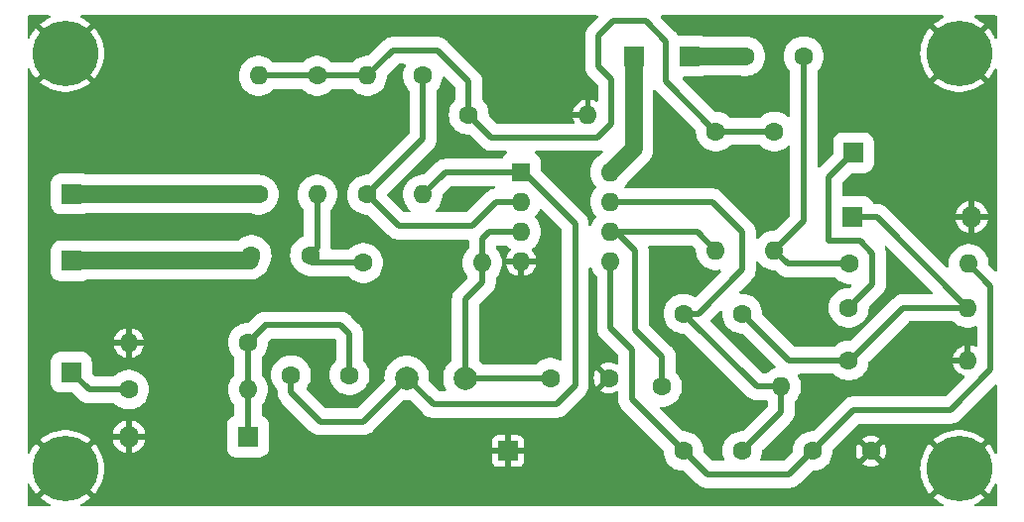
<source format=gbr>
%TF.GenerationSoftware,KiCad,Pcbnew,8.0.6*%
%TF.CreationDate,2025-02-10T12:59:46-08:00*%
%TF.ProjectId,LPF-v2,4c50462d-7632-42e6-9b69-6361645f7063,rev?*%
%TF.SameCoordinates,Original*%
%TF.FileFunction,Copper,L2,Bot*%
%TF.FilePolarity,Positive*%
%FSLAX46Y46*%
G04 Gerber Fmt 4.6, Leading zero omitted, Abs format (unit mm)*
G04 Created by KiCad (PCBNEW 8.0.6) date 2025-02-10 12:59:46*
%MOMM*%
%LPD*%
G01*
G04 APERTURE LIST*
%TA.AperFunction,ComponentPad*%
%ADD10C,1.600000*%
%TD*%
%TA.AperFunction,ComponentPad*%
%ADD11C,2.000000*%
%TD*%
%TA.AperFunction,ComponentPad*%
%ADD12R,1.700000X1.700000*%
%TD*%
%TA.AperFunction,ComponentPad*%
%ADD13R,1.800000X1.800000*%
%TD*%
%TA.AperFunction,ComponentPad*%
%ADD14O,1.800000X1.800000*%
%TD*%
%TA.AperFunction,ComponentPad*%
%ADD15O,1.600000X1.600000*%
%TD*%
%TA.AperFunction,ComponentPad*%
%ADD16C,3.600000*%
%TD*%
%TA.AperFunction,ConnectorPad*%
%ADD17C,5.600000*%
%TD*%
%TA.AperFunction,ComponentPad*%
%ADD18R,1.600000X1.600000*%
%TD*%
%TA.AperFunction,ViaPad*%
%ADD19C,0.600000*%
%TD*%
%TA.AperFunction,Conductor*%
%ADD20C,0.500000*%
%TD*%
%TA.AperFunction,Conductor*%
%ADD21C,1.500000*%
%TD*%
G04 APERTURE END LIST*
D10*
%TO.P,C8,1*%
%TO.N,Net-(U1B-+)*%
X139250000Y-116500000D03*
%TO.P,C8,2*%
%TO.N,GND*%
X144250000Y-116500000D03*
%TD*%
D11*
%TO.P,C3,1*%
%TO.N,Net-(U1A-+)*%
X109630000Y-110250000D03*
%TO.P,C3,2*%
%TO.N,Net-(C3-Pad2)*%
X104630000Y-110250000D03*
%TD*%
D12*
%TO.P,J7,1,Pin_1*%
%TO.N,Net-(J7-Pin_1)*%
X142750000Y-91000000D03*
%TD*%
D13*
%TO.P,D2,1,K*%
%TO.N,Net-(D2-K)*%
X142670000Y-96500000D03*
D14*
%TO.P,D2,2,A*%
%TO.N,GND*%
X152830000Y-96500000D03*
%TD*%
D10*
%TO.P,R14,1*%
%TO.N,Net-(C5-Pad2)*%
X142420000Y-100500000D03*
D15*
%TO.P,R14,2*%
%TO.N,Net-(U1B-+)*%
X152580000Y-100500000D03*
%TD*%
D10*
%TO.P,R5,1*%
%TO.N,Net-(U1A--)*%
X101250000Y-94580000D03*
D15*
%TO.P,R5,2*%
%TO.N,Net-(R1-Pad2)*%
X101250000Y-84420000D03*
%TD*%
D10*
%TO.P,R7,1*%
%TO.N,Net-(D1-K)*%
X91080000Y-107250000D03*
D15*
%TO.P,R7,2*%
%TO.N,GND*%
X80920000Y-107250000D03*
%TD*%
D10*
%TO.P,R13,1*%
%TO.N,Net-(J7-Pin_1)*%
X142340000Y-104250000D03*
D15*
%TO.P,R13,2*%
%TO.N,Net-(D2-K)*%
X152500000Y-104250000D03*
%TD*%
D10*
%TO.P,R12,1*%
%TO.N,Net-(D2-K)*%
X142340000Y-108750000D03*
D15*
%TO.P,R12,2*%
%TO.N,GND*%
X152500000Y-108750000D03*
%TD*%
D10*
%TO.P,R8,1*%
%TO.N,Net-(J5-Pin_1)*%
X80920000Y-111250000D03*
D15*
%TO.P,R8,2*%
%TO.N,Net-(D1-K)*%
X91080000Y-111250000D03*
%TD*%
D12*
%TO.P,J3,1,Pin_1*%
%TO.N,Net-(J3-Pin_1)*%
X124000000Y-82750000D03*
%TD*%
D10*
%TO.P,C1,1*%
%TO.N,Net-(J2-Pin_1)*%
X91380000Y-99750000D03*
%TO.P,C1,2*%
%TO.N,Net-(C1-Pad2)*%
X96380000Y-99750000D03*
%TD*%
D16*
%TO.P,H1,1,1*%
%TO.N,GND*%
X75500000Y-82500000D03*
D17*
X75500000Y-82500000D03*
%TD*%
D10*
%TO.P,C6,1*%
%TO.N,Net-(U1B-+)*%
X128250000Y-116500000D03*
%TO.P,C6,2*%
%TO.N,Net-(C6-Pad2)*%
X133250000Y-116500000D03*
%TD*%
%TO.P,R1,1*%
%TO.N,Net-(J1-Pin_1)*%
X92000000Y-94580000D03*
D15*
%TO.P,R1,2*%
%TO.N,Net-(R1-Pad2)*%
X92000000Y-84420000D03*
%TD*%
D10*
%TO.P,R6,1*%
%TO.N,Net-(U1A--)*%
X106000000Y-84420000D03*
D15*
%TO.P,R6,2*%
%TO.N,Net-(C3-Pad2)*%
X106000000Y-94580000D03*
%TD*%
D16*
%TO.P,H3,1,1*%
%TO.N,GND*%
X75500000Y-118000000D03*
D17*
X75500000Y-118000000D03*
%TD*%
D16*
%TO.P,H2,1,1*%
%TO.N,GND*%
X151750000Y-82500000D03*
D17*
X151750000Y-82500000D03*
%TD*%
D10*
%TO.P,R10,1*%
%TO.N,Net-(R1-Pad2)*%
X131000000Y-89170000D03*
D15*
%TO.P,R10,2*%
%TO.N,Net-(U1B--)*%
X131000000Y-99330000D03*
%TD*%
D10*
%TO.P,R3,1*%
%TO.N,Net-(C1-Pad2)*%
X100920000Y-100420000D03*
D15*
%TO.P,R3,2*%
%TO.N,Net-(U1A-+)*%
X111080000Y-100420000D03*
%TD*%
D12*
%TO.P,J1,1,Pin_1*%
%TO.N,Net-(J1-Pin_1)*%
X76000000Y-94500000D03*
%TD*%
D18*
%TO.P,U1,1*%
%TO.N,Net-(C3-Pad2)*%
X114380000Y-92670000D03*
D15*
%TO.P,U1,2,-*%
%TO.N,Net-(U1A--)*%
X114380000Y-95210000D03*
%TO.P,U1,3,+*%
%TO.N,Net-(U1A-+)*%
X114380000Y-97750000D03*
%TO.P,U1,4,V-*%
%TO.N,GND*%
X114380000Y-100290000D03*
%TO.P,U1,5,+*%
%TO.N,Net-(U1B-+)*%
X122000000Y-100290000D03*
%TO.P,U1,6,-*%
%TO.N,Net-(U1B--)*%
X122000000Y-97750000D03*
%TO.P,U1,7*%
%TO.N,Net-(C6-Pad2)*%
X122000000Y-95210000D03*
%TO.P,U1,8,V+*%
%TO.N,Net-(J3-Pin_1)*%
X122000000Y-92670000D03*
%TD*%
D12*
%TO.P,J6,1,Pin_1*%
%TO.N,Net-(J6-Pin_1)*%
X128750000Y-82750000D03*
%TD*%
D10*
%TO.P,R4,1*%
%TO.N,Net-(R1-Pad2)*%
X109920000Y-87750000D03*
D15*
%TO.P,R4,2*%
%TO.N,GND*%
X120080000Y-87750000D03*
%TD*%
D10*
%TO.P,R9,1*%
%TO.N,Net-(R1-Pad2)*%
X136000000Y-89170000D03*
D15*
%TO.P,R9,2*%
%TO.N,Net-(C5-Pad2)*%
X136000000Y-99330000D03*
%TD*%
D12*
%TO.P,J2,1,Pin_1*%
%TO.N,Net-(J2-Pin_1)*%
X76000000Y-100250000D03*
%TD*%
D10*
%TO.P,C4,1*%
%TO.N,Net-(C3-Pad2)*%
X94750000Y-110000000D03*
%TO.P,C4,2*%
%TO.N,Net-(D1-K)*%
X99750000Y-110000000D03*
%TD*%
%TO.P,C2,1*%
%TO.N,GND*%
X121880000Y-110250000D03*
%TO.P,C2,2*%
%TO.N,Net-(U1A-+)*%
X116880000Y-110250000D03*
%TD*%
%TO.P,C7,1*%
%TO.N,Net-(C6-Pad2)*%
X128250000Y-104750000D03*
%TO.P,C7,2*%
%TO.N,Net-(D2-K)*%
X133250000Y-104750000D03*
%TD*%
D12*
%TO.P,J5,1,Pin_1*%
%TO.N,Net-(J5-Pin_1)*%
X76000000Y-109750000D03*
%TD*%
D10*
%TO.P,R11,1*%
%TO.N,Net-(U1B--)*%
X126420000Y-111000000D03*
D15*
%TO.P,R11,2*%
%TO.N,Net-(C6-Pad2)*%
X136580000Y-111000000D03*
%TD*%
D16*
%TO.P,H4,1,1*%
%TO.N,GND*%
X151750000Y-118000000D03*
D17*
X151750000Y-118000000D03*
%TD*%
D10*
%TO.P,C5,1*%
%TO.N,Net-(J6-Pin_1)*%
X133500000Y-82750000D03*
%TO.P,C5,2*%
%TO.N,Net-(C5-Pad2)*%
X138500000Y-82750000D03*
%TD*%
D13*
%TO.P,D1,1,K*%
%TO.N,Net-(D1-K)*%
X91080000Y-115250000D03*
D14*
%TO.P,D1,2,A*%
%TO.N,GND*%
X80920000Y-115250000D03*
%TD*%
D10*
%TO.P,R2,1*%
%TO.N,Net-(R1-Pad2)*%
X97000000Y-84420000D03*
D15*
%TO.P,R2,2*%
%TO.N,Net-(C1-Pad2)*%
X97000000Y-94580000D03*
%TD*%
D12*
%TO.P,J4,1,Pin_1*%
%TO.N,GND*%
X113250000Y-116500000D03*
%TD*%
D19*
%TO.N,GND*%
X133750000Y-107500000D03*
X118750000Y-93750000D03*
X109750000Y-91000000D03*
X109500000Y-95250000D03*
X127000000Y-101000000D03*
X126500000Y-92000000D03*
X138000000Y-104500000D03*
%TD*%
D20*
%TO.N,Net-(C3-Pad2)*%
X114597717Y-92670000D02*
X114380000Y-92670000D01*
X117387717Y-112500000D02*
X119000000Y-110887717D01*
X119000000Y-110887717D02*
X119000000Y-97072283D01*
X106880000Y-112500000D02*
X117387717Y-112500000D01*
X104630000Y-110250000D02*
X106880000Y-112500000D01*
X119000000Y-97072283D02*
X114597717Y-92670000D01*
D21*
%TO.N,Net-(J1-Pin_1)*%
X76000000Y-94500000D02*
X91920000Y-94500000D01*
D20*
X91920000Y-94500000D02*
X92000000Y-94580000D01*
D21*
%TO.N,Net-(J2-Pin_1)*%
X76080000Y-100170000D02*
X76000000Y-100250000D01*
X91250000Y-100170000D02*
X76080000Y-100170000D01*
D20*
%TO.N,Net-(R1-Pad2)*%
X103420000Y-82250000D02*
X101250000Y-84420000D01*
X122100000Y-84750000D02*
X121000000Y-83650000D01*
X107250000Y-82250000D02*
X103420000Y-82250000D01*
X121000000Y-81000000D02*
X122250000Y-79750000D01*
X122250000Y-79750000D02*
X125000000Y-79750000D01*
X126750000Y-84920000D02*
X131000000Y-89170000D01*
X109920000Y-87750000D02*
X109920000Y-84920000D01*
X97000000Y-84420000D02*
X92000000Y-84420000D01*
X111870000Y-89700000D02*
X120887717Y-89700000D01*
X109920000Y-84920000D02*
X107250000Y-82250000D01*
X122100000Y-88487717D02*
X122100000Y-84750000D01*
X109920000Y-87750000D02*
X111870000Y-89700000D01*
X121000000Y-83650000D02*
X121000000Y-81000000D01*
X126750000Y-81500000D02*
X126750000Y-84920000D01*
X120887717Y-89700000D02*
X122100000Y-88487717D01*
X101250000Y-84420000D02*
X97000000Y-84420000D01*
X136000000Y-89170000D02*
X131000000Y-89170000D01*
X125000000Y-79750000D02*
X126750000Y-81500000D01*
%TO.N,Net-(C1-Pad2)*%
X100920000Y-100420000D02*
X96500000Y-100420000D01*
X97000000Y-99130000D02*
X96380000Y-99750000D01*
X96500000Y-100420000D02*
X96250000Y-100170000D01*
X97000000Y-94580000D02*
X97000000Y-99130000D01*
%TO.N,Net-(U1A--)*%
X106000000Y-89830000D02*
X101250000Y-94580000D01*
X106000000Y-84420000D02*
X106000000Y-89830000D01*
X110190101Y-97250000D02*
X112230101Y-95210000D01*
X101250000Y-94580000D02*
X103920000Y-97250000D01*
X103920000Y-97250000D02*
X110190101Y-97250000D01*
X112230101Y-95210000D02*
X114380000Y-95210000D01*
%TO.N,Net-(U1A-+)*%
X111080000Y-102050000D02*
X109630000Y-103500000D01*
X109630000Y-103500000D02*
X109630000Y-110250000D01*
X111670000Y-97750000D02*
X114380000Y-97750000D01*
X111080000Y-100420000D02*
X111080000Y-102050000D01*
X116880000Y-110250000D02*
X109630000Y-110250000D01*
X111080000Y-98340000D02*
X111670000Y-97750000D01*
X111080000Y-100420000D02*
X111080000Y-98340000D01*
%TO.N,Net-(C3-Pad2)*%
X94750000Y-110000000D02*
X94750000Y-111500000D01*
X107910000Y-92670000D02*
X114380000Y-92670000D01*
X94750000Y-111500000D02*
X97250000Y-114000000D01*
X106000000Y-94580000D02*
X107910000Y-92670000D01*
X97250000Y-114000000D02*
X100880000Y-114000000D01*
X100880000Y-114000000D02*
X104630000Y-110250000D01*
D21*
%TO.N,Net-(J3-Pin_1)*%
X124000000Y-82750000D02*
X124000000Y-90670000D01*
X124000000Y-90670000D02*
X122000000Y-92670000D01*
D20*
%TO.N,Net-(C6-Pad2)*%
X134500000Y-111000000D02*
X128250000Y-104750000D01*
X133250000Y-97750000D02*
X130710000Y-95210000D01*
X129500000Y-104750000D02*
X133250000Y-101000000D01*
X136580000Y-111000000D02*
X136580000Y-113170000D01*
X133250000Y-101000000D02*
X133250000Y-97750000D01*
X128250000Y-104750000D02*
X129500000Y-104750000D01*
X122000000Y-95210000D02*
X130710000Y-95210000D01*
X136580000Y-111000000D02*
X134500000Y-111000000D01*
X136580000Y-113170000D02*
X133250000Y-116500000D01*
%TO.N,Net-(J5-Pin_1)*%
X77500000Y-111250000D02*
X76000000Y-109750000D01*
X80920000Y-111250000D02*
X77500000Y-111250000D01*
%TO.N,Net-(C5-Pad2)*%
X142420000Y-100500000D02*
X137170000Y-100500000D01*
X138500000Y-82750000D02*
X138500000Y-96830000D01*
X137170000Y-100500000D02*
X136000000Y-99330000D01*
X138500000Y-96830000D02*
X136000000Y-99330000D01*
%TO.N,Net-(U1B-+)*%
X139250000Y-116500000D02*
X137250000Y-118500000D01*
X151007717Y-113000000D02*
X142750000Y-113000000D01*
X154450000Y-102370000D02*
X154450000Y-109557717D01*
X152580000Y-100500000D02*
X154450000Y-102370000D01*
X130250000Y-118500000D02*
X128250000Y-116500000D01*
X123830000Y-112080000D02*
X123830000Y-107830000D01*
X137250000Y-118500000D02*
X130250000Y-118500000D01*
X123830000Y-107830000D02*
X122000000Y-106000000D01*
X154450000Y-109557717D02*
X151007717Y-113000000D01*
X128250000Y-116500000D02*
X123830000Y-112080000D01*
X142750000Y-113000000D02*
X139250000Y-116500000D01*
X122000000Y-106000000D02*
X122000000Y-100290000D01*
%TO.N,Net-(D1-K)*%
X92500000Y-105830000D02*
X91080000Y-107250000D01*
X92500000Y-105750000D02*
X92500000Y-105830000D01*
X99750000Y-106500000D02*
X99000000Y-105750000D01*
X99000000Y-105750000D02*
X92500000Y-105750000D01*
X91080000Y-107250000D02*
X91080000Y-111250000D01*
X99750000Y-110000000D02*
X99750000Y-106500000D01*
X91080000Y-111250000D02*
X91080000Y-115250000D01*
%TO.N,Net-(D2-K)*%
X147000000Y-104250000D02*
X152500000Y-104250000D01*
X142340000Y-108750000D02*
X137250000Y-108750000D01*
X142670000Y-96500000D02*
X144750000Y-96500000D01*
X142500000Y-108750000D02*
X147000000Y-104250000D01*
X137250000Y-108750000D02*
X133250000Y-104750000D01*
X142340000Y-108750000D02*
X142500000Y-108750000D01*
X144750000Y-96500000D02*
X152500000Y-104250000D01*
D21*
%TO.N,Net-(J6-Pin_1)*%
X128750000Y-82750000D02*
X133500000Y-82750000D01*
D20*
%TO.N,Net-(J7-Pin_1)*%
X140620000Y-93130000D02*
X140620000Y-98550000D01*
X140620000Y-98550000D02*
X143300000Y-98550000D01*
X144370000Y-102220000D02*
X142340000Y-104250000D01*
X142750000Y-91000000D02*
X140620000Y-93130000D01*
X144370000Y-99620000D02*
X144370000Y-102220000D01*
X143300000Y-98550000D02*
X144370000Y-99620000D01*
%TO.N,Net-(U1B--)*%
X122500000Y-97750000D02*
X124114949Y-99364949D01*
X126420000Y-108440102D02*
X126420000Y-111000000D01*
X122000000Y-97750000D02*
X122500000Y-97750000D01*
X124114949Y-106135051D02*
X126420000Y-108440102D01*
X129420000Y-97750000D02*
X122000000Y-97750000D01*
X124114949Y-99364949D02*
X124114949Y-106135051D01*
X131000000Y-99330000D02*
X129420000Y-97750000D01*
%TD*%
%TA.AperFunction,Conductor*%
%TO.N,GND*%
G36*
X74279588Y-119042330D02*
G01*
X74457670Y-119220412D01*
X74559300Y-119294251D01*
X73347257Y-120506294D01*
X73360495Y-120518836D01*
X73645367Y-120735388D01*
X73645370Y-120735390D01*
X73951990Y-120919876D01*
X74153189Y-121012961D01*
X74205767Y-121058975D01*
X74225121Y-121126111D01*
X74205107Y-121193052D01*
X74152078Y-121238547D01*
X74101123Y-121249500D01*
X72374500Y-121249500D01*
X72307461Y-121229815D01*
X72261706Y-121177011D01*
X72250500Y-121125500D01*
X72250500Y-119406187D01*
X72270185Y-119339148D01*
X72322989Y-119293393D01*
X72392147Y-119283449D01*
X72455703Y-119312474D01*
X72489694Y-119360291D01*
X72500602Y-119387668D01*
X72500606Y-119387677D01*
X72668218Y-119703827D01*
X72869024Y-119999994D01*
X72869035Y-120000008D01*
X72996441Y-120150002D01*
X72996442Y-120150002D01*
X74205747Y-118940697D01*
X74279588Y-119042330D01*
G37*
%TD.AperFunction*%
%TA.AperFunction,Conductor*%
G36*
X120890124Y-79270185D02*
G01*
X120935879Y-79322989D01*
X120945823Y-79392147D01*
X120916798Y-79455703D01*
X120910769Y-79462177D01*
X120391783Y-79981163D01*
X120250502Y-80122444D01*
X120122445Y-80250500D01*
X120122441Y-80250504D01*
X120029937Y-80377828D01*
X120029937Y-80377829D01*
X120016004Y-80397005D01*
X119933788Y-80558360D01*
X119933787Y-80558363D01*
X119877829Y-80730589D01*
X119877829Y-80730591D01*
X119850997Y-80900000D01*
X119849499Y-80909455D01*
X119849499Y-81095656D01*
X119849500Y-81095681D01*
X119849500Y-83555038D01*
X119849499Y-83555053D01*
X119849499Y-83559454D01*
X119849499Y-83740546D01*
X119868466Y-83860291D01*
X119870391Y-83872447D01*
X119870391Y-83872448D01*
X119877829Y-83919410D01*
X119933787Y-84091636D01*
X119933788Y-84091639D01*
X119971598Y-84165843D01*
X120002661Y-84226808D01*
X120016006Y-84252997D01*
X120122440Y-84399493D01*
X120122444Y-84399497D01*
X120122447Y-84399501D01*
X120201306Y-84478360D01*
X120254829Y-84531883D01*
X120254840Y-84531893D01*
X120913181Y-85190234D01*
X120946666Y-85251557D01*
X120949500Y-85277915D01*
X120949500Y-86533621D01*
X120929815Y-86600660D01*
X120877011Y-86646415D01*
X120807853Y-86656359D01*
X120754377Y-86635196D01*
X120732487Y-86619868D01*
X120732483Y-86619866D01*
X120526328Y-86523734D01*
X120330000Y-86471127D01*
X120330000Y-87434314D01*
X120325606Y-87429920D01*
X120234394Y-87377259D01*
X120132661Y-87350000D01*
X120027339Y-87350000D01*
X119925606Y-87377259D01*
X119834394Y-87429920D01*
X119830000Y-87434314D01*
X119830000Y-86471127D01*
X119633671Y-86523734D01*
X119427517Y-86619865D01*
X119241179Y-86750342D01*
X119080342Y-86911179D01*
X118949865Y-87097517D01*
X118853734Y-87303673D01*
X118853730Y-87303682D01*
X118801127Y-87499999D01*
X118801128Y-87500000D01*
X119764314Y-87500000D01*
X119759920Y-87504394D01*
X119707259Y-87595606D01*
X119680000Y-87697339D01*
X119680000Y-87802661D01*
X119707259Y-87904394D01*
X119759920Y-87995606D01*
X119764314Y-88000000D01*
X118801128Y-88000000D01*
X118853730Y-88196317D01*
X118853735Y-88196331D01*
X118936162Y-88373096D01*
X118946654Y-88442173D01*
X118918134Y-88505957D01*
X118859657Y-88544196D01*
X118823780Y-88549500D01*
X112397915Y-88549500D01*
X112330876Y-88529815D01*
X112310234Y-88513181D01*
X111660038Y-87862985D01*
X111626553Y-87801662D01*
X111624066Y-87766035D01*
X111625268Y-87750000D01*
X111625268Y-87749996D01*
X111606863Y-87504394D01*
X111606222Y-87495843D01*
X111549508Y-87247363D01*
X111456393Y-87010112D01*
X111328959Y-86789388D01*
X111170050Y-86590123D01*
X111170049Y-86590122D01*
X111170046Y-86590118D01*
X111110159Y-86534552D01*
X111074404Y-86474524D01*
X111070500Y-86443653D01*
X111070500Y-85015681D01*
X111070501Y-85015656D01*
X111070501Y-84829454D01*
X111051926Y-84712180D01*
X111042171Y-84650591D01*
X110993404Y-84500498D01*
X110986212Y-84478363D01*
X110986211Y-84478360D01*
X110944319Y-84396145D01*
X110903996Y-84317006D01*
X110876804Y-84279579D01*
X110797553Y-84170499D01*
X110669501Y-84042447D01*
X110669500Y-84042446D01*
X110666389Y-84039335D01*
X110666374Y-84039321D01*
X108131893Y-81504840D01*
X108131884Y-81504830D01*
X108071814Y-81444760D01*
X107999501Y-81372447D01*
X107999497Y-81372444D01*
X107999493Y-81372440D01*
X107852997Y-81266006D01*
X107852996Y-81266005D01*
X107852994Y-81266004D01*
X107801300Y-81239664D01*
X107691639Y-81183788D01*
X107691636Y-81183787D01*
X107519410Y-81127829D01*
X107421505Y-81112322D01*
X107340546Y-81099499D01*
X107159454Y-81099499D01*
X107154343Y-81099499D01*
X107154319Y-81099500D01*
X103515681Y-81099500D01*
X103515657Y-81099499D01*
X103510546Y-81099499D01*
X103329453Y-81099499D01*
X103269832Y-81108942D01*
X103150589Y-81127829D01*
X102978363Y-81183787D01*
X102978360Y-81183788D01*
X102817002Y-81266006D01*
X102670505Y-81372441D01*
X102670500Y-81372445D01*
X102542444Y-81500502D01*
X101359766Y-82683181D01*
X101298443Y-82716666D01*
X101272085Y-82719500D01*
X101122559Y-82719500D01*
X100965609Y-82743157D01*
X100870542Y-82757487D01*
X100870539Y-82757488D01*
X100870533Y-82757489D01*
X100626992Y-82832612D01*
X100397373Y-82943190D01*
X100397372Y-82943191D01*
X100186782Y-83086768D01*
X100157232Y-83114187D01*
X100025517Y-83236399D01*
X99962987Y-83267567D01*
X99941178Y-83269500D01*
X98308822Y-83269500D01*
X98241783Y-83249815D01*
X98224484Y-83236401D01*
X98063217Y-83086768D01*
X97852634Y-82943195D01*
X97852630Y-82943193D01*
X97852627Y-82943191D01*
X97852626Y-82943190D01*
X97623006Y-82832612D01*
X97623008Y-82832612D01*
X97379466Y-82757489D01*
X97379462Y-82757488D01*
X97379458Y-82757487D01*
X97258231Y-82739214D01*
X97127440Y-82719500D01*
X97127435Y-82719500D01*
X96872565Y-82719500D01*
X96872559Y-82719500D01*
X96715609Y-82743157D01*
X96620542Y-82757487D01*
X96620539Y-82757488D01*
X96620533Y-82757489D01*
X96376992Y-82832612D01*
X96147373Y-82943190D01*
X96147372Y-82943191D01*
X95936782Y-83086768D01*
X95907232Y-83114187D01*
X95775517Y-83236399D01*
X95712987Y-83267567D01*
X95691178Y-83269500D01*
X93308822Y-83269500D01*
X93241783Y-83249815D01*
X93224484Y-83236401D01*
X93063217Y-83086768D01*
X92852634Y-82943195D01*
X92852630Y-82943193D01*
X92852627Y-82943191D01*
X92852626Y-82943190D01*
X92623006Y-82832612D01*
X92623008Y-82832612D01*
X92379466Y-82757489D01*
X92379462Y-82757488D01*
X92379458Y-82757487D01*
X92258231Y-82739214D01*
X92127440Y-82719500D01*
X92127435Y-82719500D01*
X91872565Y-82719500D01*
X91872559Y-82719500D01*
X91715609Y-82743157D01*
X91620542Y-82757487D01*
X91620539Y-82757488D01*
X91620533Y-82757489D01*
X91376992Y-82832612D01*
X91147373Y-82943190D01*
X91147372Y-82943191D01*
X90936782Y-83086768D01*
X90749952Y-83260121D01*
X90749950Y-83260123D01*
X90591041Y-83459388D01*
X90463608Y-83680109D01*
X90370492Y-83917362D01*
X90370490Y-83917369D01*
X90313777Y-84165845D01*
X90294732Y-84419995D01*
X90294732Y-84420004D01*
X90313777Y-84674154D01*
X90349223Y-84829454D01*
X90370492Y-84922637D01*
X90463607Y-85159888D01*
X90591041Y-85380612D01*
X90749950Y-85579877D01*
X90936783Y-85753232D01*
X91147366Y-85896805D01*
X91147371Y-85896807D01*
X91147372Y-85896808D01*
X91147373Y-85896809D01*
X91269328Y-85955538D01*
X91376992Y-86007387D01*
X91376993Y-86007387D01*
X91376996Y-86007389D01*
X91620542Y-86082513D01*
X91872565Y-86120500D01*
X92127435Y-86120500D01*
X92379458Y-86082513D01*
X92623004Y-86007389D01*
X92852634Y-85896805D01*
X93063217Y-85753232D01*
X93224482Y-85603600D01*
X93287013Y-85572433D01*
X93308822Y-85570500D01*
X95691178Y-85570500D01*
X95758217Y-85590185D01*
X95775515Y-85603598D01*
X95936783Y-85753232D01*
X96147366Y-85896805D01*
X96147371Y-85896807D01*
X96147372Y-85896808D01*
X96147373Y-85896809D01*
X96269328Y-85955538D01*
X96376992Y-86007387D01*
X96376993Y-86007387D01*
X96376996Y-86007389D01*
X96620542Y-86082513D01*
X96872565Y-86120500D01*
X97127435Y-86120500D01*
X97379458Y-86082513D01*
X97623004Y-86007389D01*
X97852634Y-85896805D01*
X98063217Y-85753232D01*
X98224482Y-85603600D01*
X98287013Y-85572433D01*
X98308822Y-85570500D01*
X99941178Y-85570500D01*
X100008217Y-85590185D01*
X100025515Y-85603598D01*
X100186783Y-85753232D01*
X100397366Y-85896805D01*
X100397371Y-85896807D01*
X100397372Y-85896808D01*
X100397373Y-85896809D01*
X100519328Y-85955538D01*
X100626992Y-86007387D01*
X100626993Y-86007387D01*
X100626996Y-86007389D01*
X100870542Y-86082513D01*
X101122565Y-86120500D01*
X101377435Y-86120500D01*
X101629458Y-86082513D01*
X101873004Y-86007389D01*
X102102634Y-85896805D01*
X102313217Y-85753232D01*
X102500050Y-85579877D01*
X102658959Y-85380612D01*
X102786393Y-85159888D01*
X102879508Y-84922637D01*
X102936222Y-84674157D01*
X102949236Y-84500498D01*
X102955268Y-84420004D01*
X102955268Y-84419998D01*
X102954066Y-84403962D01*
X102968685Y-84335639D01*
X102990034Y-84307017D01*
X103860234Y-83436819D01*
X103921557Y-83403334D01*
X103947915Y-83400500D01*
X104410266Y-83400500D01*
X104477305Y-83420185D01*
X104523060Y-83472989D01*
X104533004Y-83542147D01*
X104517653Y-83586499D01*
X104463610Y-83680105D01*
X104463609Y-83680106D01*
X104370492Y-83917362D01*
X104370490Y-83917369D01*
X104313777Y-84165845D01*
X104294732Y-84419995D01*
X104294732Y-84420004D01*
X104313777Y-84674154D01*
X104349223Y-84829454D01*
X104370492Y-84922637D01*
X104463607Y-85159888D01*
X104591041Y-85380612D01*
X104749950Y-85579877D01*
X104809841Y-85635447D01*
X104845596Y-85695475D01*
X104849500Y-85726346D01*
X104849500Y-89302085D01*
X104829815Y-89369124D01*
X104813181Y-89389766D01*
X101359766Y-92843181D01*
X101298443Y-92876666D01*
X101272085Y-92879500D01*
X101122559Y-92879500D01*
X100965609Y-92903157D01*
X100870542Y-92917487D01*
X100870539Y-92917488D01*
X100870533Y-92917489D01*
X100626992Y-92992612D01*
X100397373Y-93103190D01*
X100397372Y-93103191D01*
X100186782Y-93246768D01*
X99999952Y-93420121D01*
X99999950Y-93420123D01*
X99841041Y-93619388D01*
X99713608Y-93840109D01*
X99620492Y-94077362D01*
X99620490Y-94077369D01*
X99563777Y-94325845D01*
X99544732Y-94579995D01*
X99544732Y-94580004D01*
X99563777Y-94834154D01*
X99591552Y-94955845D01*
X99620492Y-95082637D01*
X99671861Y-95213523D01*
X99713608Y-95319890D01*
X99715953Y-95323952D01*
X99841041Y-95540612D01*
X99999950Y-95739877D01*
X100186783Y-95913232D01*
X100397366Y-96056805D01*
X100397371Y-96056807D01*
X100397372Y-96056808D01*
X100397373Y-96056809D01*
X100480138Y-96096666D01*
X100626992Y-96167387D01*
X100626993Y-96167387D01*
X100626996Y-96167389D01*
X100870542Y-96242513D01*
X101122565Y-96280500D01*
X101272085Y-96280500D01*
X101339124Y-96300185D01*
X101359766Y-96316819D01*
X103039321Y-97996374D01*
X103039335Y-97996389D01*
X103042446Y-97999500D01*
X103042447Y-97999501D01*
X103170499Y-98127553D01*
X103170502Y-98127555D01*
X103170505Y-98127558D01*
X103218754Y-98162612D01*
X103262581Y-98194454D01*
X103317006Y-98233996D01*
X103356162Y-98253947D01*
X103478360Y-98316211D01*
X103478363Y-98316212D01*
X103548204Y-98338904D01*
X103650591Y-98372171D01*
X103829453Y-98400501D01*
X103829454Y-98400501D01*
X104015657Y-98400501D01*
X104015681Y-98400500D01*
X109805500Y-98400500D01*
X109872539Y-98420185D01*
X109918294Y-98472989D01*
X109929500Y-98524500D01*
X109929500Y-99113653D01*
X109909815Y-99180692D01*
X109889841Y-99204552D01*
X109829953Y-99260118D01*
X109671041Y-99459388D01*
X109543608Y-99680109D01*
X109450492Y-99917362D01*
X109450490Y-99917369D01*
X109393777Y-100165845D01*
X109374732Y-100419995D01*
X109374732Y-100420004D01*
X109393777Y-100674154D01*
X109449293Y-100917387D01*
X109450492Y-100922637D01*
X109543607Y-101159888D01*
X109671041Y-101380612D01*
X109802173Y-101545046D01*
X109828581Y-101609732D01*
X109815826Y-101678427D01*
X109792907Y-101710039D01*
X108752448Y-102750497D01*
X108752443Y-102750503D01*
X108699776Y-102822994D01*
X108646006Y-102897002D01*
X108563788Y-103058360D01*
X108563787Y-103058363D01*
X108507829Y-103230589D01*
X108501081Y-103273195D01*
X108485362Y-103372441D01*
X108479499Y-103409455D01*
X108479499Y-103595656D01*
X108479500Y-103595681D01*
X108479500Y-108675164D01*
X108459815Y-108742203D01*
X108429811Y-108774431D01*
X108382259Y-108810028D01*
X108382247Y-108810038D01*
X108190038Y-109002247D01*
X108190028Y-109002259D01*
X108027110Y-109219891D01*
X108027109Y-109219892D01*
X107896830Y-109458480D01*
X107862882Y-109549500D01*
X107801825Y-109713199D01*
X107801824Y-109713202D01*
X107801823Y-109713206D01*
X107744040Y-109978832D01*
X107744039Y-109978839D01*
X107724645Y-110249998D01*
X107724645Y-110250001D01*
X107744039Y-110521160D01*
X107744040Y-110521167D01*
X107793246Y-110747363D01*
X107801825Y-110786801D01*
X107872196Y-110975472D01*
X107896830Y-111041519D01*
X107964842Y-111166073D01*
X107979694Y-111234346D01*
X107955277Y-111299811D01*
X107899343Y-111341682D01*
X107856010Y-111349500D01*
X107407914Y-111349500D01*
X107340875Y-111329815D01*
X107320233Y-111313181D01*
X106556821Y-110549769D01*
X106523336Y-110488446D01*
X106520818Y-110453241D01*
X106535355Y-110249999D01*
X106535355Y-110249998D01*
X106531940Y-110202251D01*
X106515961Y-109978840D01*
X106458175Y-109713199D01*
X106363172Y-109458487D01*
X106363170Y-109458484D01*
X106363169Y-109458480D01*
X106232890Y-109219892D01*
X106232889Y-109219891D01*
X106232887Y-109219887D01*
X106069971Y-109002258D01*
X106069966Y-109002253D01*
X106069961Y-109002247D01*
X105877752Y-108810038D01*
X105877746Y-108810033D01*
X105877742Y-108810029D01*
X105660113Y-108647113D01*
X105660108Y-108647110D01*
X105660107Y-108647109D01*
X105421518Y-108516830D01*
X105421519Y-108516830D01*
X105371920Y-108498330D01*
X105166801Y-108421825D01*
X105166794Y-108421823D01*
X105166793Y-108421823D01*
X104901167Y-108364040D01*
X104901160Y-108364039D01*
X104630001Y-108344645D01*
X104629999Y-108344645D01*
X104358839Y-108364039D01*
X104358832Y-108364040D01*
X104093206Y-108421823D01*
X104093202Y-108421824D01*
X104093199Y-108421825D01*
X103976244Y-108465447D01*
X103838480Y-108516830D01*
X103599892Y-108647109D01*
X103599891Y-108647110D01*
X103382259Y-108810028D01*
X103382247Y-108810038D01*
X103190038Y-109002247D01*
X103190028Y-109002259D01*
X103027110Y-109219891D01*
X103027109Y-109219892D01*
X102896830Y-109458480D01*
X102862882Y-109549500D01*
X102801825Y-109713199D01*
X102801824Y-109713202D01*
X102801823Y-109713206D01*
X102744040Y-109978832D01*
X102744039Y-109978839D01*
X102724645Y-110249998D01*
X102724645Y-110250001D01*
X102739181Y-110453240D01*
X102724329Y-110521513D01*
X102703178Y-110549767D01*
X100439766Y-112813181D01*
X100378443Y-112846666D01*
X100352085Y-112849500D01*
X97777915Y-112849500D01*
X97710876Y-112829815D01*
X97690234Y-112813181D01*
X96094769Y-111217716D01*
X96061284Y-111156393D01*
X96066268Y-111086701D01*
X96085503Y-111052722D01*
X96094442Y-111041513D01*
X96158959Y-110960612D01*
X96286393Y-110739888D01*
X96379508Y-110502637D01*
X96436222Y-110254157D01*
X96447957Y-110097567D01*
X96455268Y-110000004D01*
X96455268Y-109999995D01*
X96436222Y-109745845D01*
X96433954Y-109735909D01*
X96379508Y-109497363D01*
X96286393Y-109260112D01*
X96158959Y-109039388D01*
X96000050Y-108840123D01*
X95813217Y-108666768D01*
X95602634Y-108523195D01*
X95602630Y-108523193D01*
X95602627Y-108523191D01*
X95602626Y-108523190D01*
X95373006Y-108412612D01*
X95373008Y-108412612D01*
X95129466Y-108337489D01*
X95129462Y-108337488D01*
X95129458Y-108337487D01*
X95008231Y-108319214D01*
X94877440Y-108299500D01*
X94877435Y-108299500D01*
X94622565Y-108299500D01*
X94622559Y-108299500D01*
X94465609Y-108323157D01*
X94370542Y-108337487D01*
X94370539Y-108337488D01*
X94370533Y-108337489D01*
X94126992Y-108412612D01*
X93897373Y-108523190D01*
X93897372Y-108523191D01*
X93897366Y-108523194D01*
X93897366Y-108523195D01*
X93886426Y-108530654D01*
X93686782Y-108666768D01*
X93499952Y-108840121D01*
X93499950Y-108840123D01*
X93341041Y-109039388D01*
X93213608Y-109260109D01*
X93120492Y-109497362D01*
X93120490Y-109497369D01*
X93063777Y-109745845D01*
X93044732Y-109999995D01*
X93044732Y-110000004D01*
X93063777Y-110254154D01*
X93119289Y-110497369D01*
X93120492Y-110502637D01*
X93213607Y-110739888D01*
X93341041Y-110960612D01*
X93499950Y-111159877D01*
X93559841Y-111215447D01*
X93595596Y-111275475D01*
X93599500Y-111306346D01*
X93599500Y-111405038D01*
X93599499Y-111405053D01*
X93599499Y-111590545D01*
X93624183Y-111746396D01*
X93627173Y-111765270D01*
X93627829Y-111769409D01*
X93627830Y-111769415D01*
X93683787Y-111941636D01*
X93683788Y-111941639D01*
X93766006Y-112102997D01*
X93872440Y-112249493D01*
X93872444Y-112249497D01*
X93872447Y-112249501D01*
X93939155Y-112316209D01*
X94004829Y-112381883D01*
X94004840Y-112381893D01*
X96369321Y-114746374D01*
X96369335Y-114746389D01*
X96372446Y-114749500D01*
X96372447Y-114749501D01*
X96500499Y-114877553D01*
X96500502Y-114877555D01*
X96500505Y-114877558D01*
X96517507Y-114889910D01*
X96577858Y-114933757D01*
X96647006Y-114983996D01*
X96723928Y-115023190D01*
X96808360Y-115066211D01*
X96808363Y-115066212D01*
X96851178Y-115080123D01*
X96980591Y-115122171D01*
X97159454Y-115150501D01*
X97159455Y-115150501D01*
X97345658Y-115150501D01*
X97345682Y-115150500D01*
X100784319Y-115150500D01*
X100784343Y-115150501D01*
X100789454Y-115150501D01*
X100970545Y-115150501D01*
X100970546Y-115150501D01*
X101149409Y-115122171D01*
X101321639Y-115066211D01*
X101482994Y-114983996D01*
X101552142Y-114933757D01*
X101629501Y-114877553D01*
X101757553Y-114749501D01*
X101757554Y-114749499D01*
X101764614Y-114742439D01*
X101764620Y-114742432D01*
X104330232Y-112176819D01*
X104391553Y-112143336D01*
X104426757Y-112140818D01*
X104630000Y-112155355D01*
X104833241Y-112140818D01*
X104901514Y-112155670D01*
X104929769Y-112176821D01*
X105999315Y-113246367D01*
X105999342Y-113246396D01*
X106002446Y-113249500D01*
X106002447Y-113249501D01*
X106130499Y-113377553D01*
X106130502Y-113377555D01*
X106130506Y-113377559D01*
X106263364Y-113474084D01*
X106277006Y-113483996D01*
X106422955Y-113558361D01*
X106438361Y-113566211D01*
X106554629Y-113603988D01*
X106610590Y-113622172D01*
X106789449Y-113650501D01*
X106789454Y-113650501D01*
X106975658Y-113650501D01*
X106975682Y-113650500D01*
X117292036Y-113650500D01*
X117292060Y-113650501D01*
X117297171Y-113650501D01*
X117478262Y-113650501D01*
X117478263Y-113650501D01*
X117657126Y-113622171D01*
X117829356Y-113566211D01*
X117990711Y-113483996D01*
X118137218Y-113377553D01*
X118265270Y-113249501D01*
X118265270Y-113249499D01*
X118272331Y-113242439D01*
X118272337Y-113242432D01*
X119742432Y-111772337D01*
X119742439Y-111772331D01*
X119749499Y-111765271D01*
X119749501Y-111765270D01*
X119877553Y-111637218D01*
X119983996Y-111490711D01*
X120066211Y-111329356D01*
X120122171Y-111157126D01*
X120126855Y-111127553D01*
X120150501Y-110978264D01*
X120150501Y-110797171D01*
X120150501Y-110792770D01*
X120150500Y-110792755D01*
X120150500Y-100887461D01*
X120170185Y-100820422D01*
X120222989Y-100774667D01*
X120292147Y-100764723D01*
X120355703Y-100793748D01*
X120389927Y-100842157D01*
X120448938Y-100992513D01*
X120463608Y-101029890D01*
X120475325Y-101050185D01*
X120591041Y-101250612D01*
X120749950Y-101449877D01*
X120809841Y-101505447D01*
X120845596Y-101565475D01*
X120849500Y-101596346D01*
X120849500Y-105905038D01*
X120849499Y-105905053D01*
X120849499Y-106090544D01*
X120856970Y-106137713D01*
X120856970Y-106137714D01*
X120877829Y-106269410D01*
X120933787Y-106441636D01*
X120933788Y-106441639D01*
X120968676Y-106510109D01*
X121013213Y-106597517D01*
X121016006Y-106602997D01*
X121122440Y-106749493D01*
X121122444Y-106749497D01*
X121122447Y-106749501D01*
X121222946Y-106850000D01*
X121254829Y-106881883D01*
X121254840Y-106881893D01*
X122643181Y-108270234D01*
X122676666Y-108331557D01*
X122679500Y-108357915D01*
X122679500Y-108993780D01*
X122659815Y-109060819D01*
X122607011Y-109106574D01*
X122537853Y-109116518D01*
X122503096Y-109106162D01*
X122326331Y-109023735D01*
X122326317Y-109023730D01*
X122106610Y-108964860D01*
X122106599Y-108964858D01*
X121880002Y-108945034D01*
X121879998Y-108945034D01*
X121653400Y-108964858D01*
X121653389Y-108964860D01*
X121433682Y-109023730D01*
X121433673Y-109023734D01*
X121227516Y-109119866D01*
X121227512Y-109119868D01*
X121154526Y-109170973D01*
X121154526Y-109170974D01*
X121833553Y-109850000D01*
X121827339Y-109850000D01*
X121725606Y-109877259D01*
X121634394Y-109929920D01*
X121559920Y-110004394D01*
X121507259Y-110095606D01*
X121480000Y-110197339D01*
X121480000Y-110203552D01*
X120800974Y-109524526D01*
X120800973Y-109524526D01*
X120749868Y-109597512D01*
X120749866Y-109597516D01*
X120653734Y-109803673D01*
X120653730Y-109803682D01*
X120594860Y-110023389D01*
X120594858Y-110023400D01*
X120575034Y-110249997D01*
X120575034Y-110250002D01*
X120594858Y-110476599D01*
X120594860Y-110476610D01*
X120653730Y-110696317D01*
X120653735Y-110696331D01*
X120749863Y-110902478D01*
X120800974Y-110975472D01*
X121480000Y-110296446D01*
X121480000Y-110302661D01*
X121507259Y-110404394D01*
X121559920Y-110495606D01*
X121634394Y-110570080D01*
X121725606Y-110622741D01*
X121827339Y-110650000D01*
X121833551Y-110650000D01*
X121154526Y-111329025D01*
X121227513Y-111380132D01*
X121227521Y-111380136D01*
X121433668Y-111476264D01*
X121433682Y-111476269D01*
X121653389Y-111535139D01*
X121653400Y-111535141D01*
X121879998Y-111554966D01*
X121880002Y-111554966D01*
X122106599Y-111535141D01*
X122106610Y-111535139D01*
X122326317Y-111476269D01*
X122326326Y-111476266D01*
X122503095Y-111393837D01*
X122572172Y-111383345D01*
X122635956Y-111411865D01*
X122674196Y-111470341D01*
X122679500Y-111506219D01*
X122679500Y-111985038D01*
X122679499Y-111985053D01*
X122679499Y-111989454D01*
X122679499Y-112170546D01*
X122692005Y-112249501D01*
X122702571Y-112316212D01*
X122707829Y-112349410D01*
X122763787Y-112521636D01*
X122763788Y-112521639D01*
X122819664Y-112631300D01*
X122835568Y-112662513D01*
X122846006Y-112682997D01*
X122952440Y-112829493D01*
X122952444Y-112829497D01*
X122952447Y-112829501D01*
X123035127Y-112912181D01*
X123084829Y-112961883D01*
X123084840Y-112961893D01*
X126509961Y-116387014D01*
X126543446Y-116448337D01*
X126545934Y-116483957D01*
X126544733Y-116499996D01*
X126544732Y-116500003D01*
X126544732Y-116500004D01*
X126563777Y-116754154D01*
X126618821Y-116995319D01*
X126620492Y-117002637D01*
X126713607Y-117239888D01*
X126841041Y-117460612D01*
X126999950Y-117659877D01*
X127186783Y-117833232D01*
X127397366Y-117976805D01*
X127397371Y-117976807D01*
X127397372Y-117976808D01*
X127397373Y-117976809D01*
X127519328Y-118035538D01*
X127626992Y-118087387D01*
X127626993Y-118087387D01*
X127626996Y-118087389D01*
X127870542Y-118162513D01*
X128122565Y-118200500D01*
X128272085Y-118200500D01*
X128339124Y-118220185D01*
X128359766Y-118236819D01*
X129369321Y-119246374D01*
X129369335Y-119246389D01*
X129372446Y-119249500D01*
X129372447Y-119249501D01*
X129500499Y-119377553D01*
X129500502Y-119377555D01*
X129500506Y-119377559D01*
X129633364Y-119474084D01*
X129647006Y-119483996D01*
X129752484Y-119537740D01*
X129808360Y-119566211D01*
X129808363Y-119566212D01*
X129894476Y-119594191D01*
X129980591Y-119622171D01*
X130159453Y-119650501D01*
X130159454Y-119650501D01*
X130345657Y-119650501D01*
X130345681Y-119650500D01*
X137154319Y-119650500D01*
X137154343Y-119650501D01*
X137159454Y-119650501D01*
X137340545Y-119650501D01*
X137340546Y-119650501D01*
X137519409Y-119622171D01*
X137691639Y-119566211D01*
X137852994Y-119483996D01*
X137999501Y-119377553D01*
X138127553Y-119249501D01*
X138127554Y-119249499D01*
X138134614Y-119242439D01*
X138134619Y-119242432D01*
X139140234Y-118236819D01*
X139201557Y-118203334D01*
X139227915Y-118200500D01*
X139377435Y-118200500D01*
X139629458Y-118162513D01*
X139873004Y-118087389D01*
X140102634Y-117976805D01*
X140313217Y-117833232D01*
X140500050Y-117659877D01*
X140658959Y-117460612D01*
X140786393Y-117239888D01*
X140879508Y-117002637D01*
X140936222Y-116754157D01*
X140944541Y-116643146D01*
X140955268Y-116500004D01*
X140955268Y-116499998D01*
X140955268Y-116499997D01*
X142945034Y-116499997D01*
X142945034Y-116500002D01*
X142964858Y-116726599D01*
X142964860Y-116726610D01*
X143023730Y-116946317D01*
X143023735Y-116946331D01*
X143119863Y-117152478D01*
X143170974Y-117225472D01*
X143850000Y-116546446D01*
X143850000Y-116552661D01*
X143877259Y-116654394D01*
X143929920Y-116745606D01*
X144004394Y-116820080D01*
X144095606Y-116872741D01*
X144197339Y-116900000D01*
X144203553Y-116900000D01*
X143524526Y-117579025D01*
X143597513Y-117630132D01*
X143597521Y-117630136D01*
X143803668Y-117726264D01*
X143803682Y-117726269D01*
X144023389Y-117785139D01*
X144023400Y-117785141D01*
X144249998Y-117804966D01*
X144250002Y-117804966D01*
X144476599Y-117785141D01*
X144476610Y-117785139D01*
X144696317Y-117726269D01*
X144696331Y-117726264D01*
X144902478Y-117630136D01*
X144975471Y-117579024D01*
X144296447Y-116900000D01*
X144302661Y-116900000D01*
X144404394Y-116872741D01*
X144495606Y-116820080D01*
X144570080Y-116745606D01*
X144622741Y-116654394D01*
X144650000Y-116552661D01*
X144650000Y-116546447D01*
X145329024Y-117225471D01*
X145380136Y-117152478D01*
X145476264Y-116946331D01*
X145476269Y-116946317D01*
X145535139Y-116726610D01*
X145535141Y-116726599D01*
X145554966Y-116500002D01*
X145554966Y-116499997D01*
X145535141Y-116273400D01*
X145535139Y-116273389D01*
X145476269Y-116053682D01*
X145476264Y-116053668D01*
X145380136Y-115847521D01*
X145380132Y-115847513D01*
X145329025Y-115774526D01*
X144650000Y-116453551D01*
X144650000Y-116447339D01*
X144622741Y-116345606D01*
X144570080Y-116254394D01*
X144495606Y-116179920D01*
X144404394Y-116127259D01*
X144302661Y-116100000D01*
X144296448Y-116100000D01*
X144975472Y-115420974D01*
X144902478Y-115369863D01*
X144696331Y-115273735D01*
X144696317Y-115273730D01*
X144476610Y-115214860D01*
X144476599Y-115214858D01*
X144250002Y-115195034D01*
X144249998Y-115195034D01*
X144023400Y-115214858D01*
X144023389Y-115214860D01*
X143803682Y-115273730D01*
X143803673Y-115273734D01*
X143597516Y-115369866D01*
X143597512Y-115369868D01*
X143524526Y-115420973D01*
X143524526Y-115420974D01*
X144203553Y-116100000D01*
X144197339Y-116100000D01*
X144095606Y-116127259D01*
X144004394Y-116179920D01*
X143929920Y-116254394D01*
X143877259Y-116345606D01*
X143850000Y-116447339D01*
X143850000Y-116453552D01*
X143170974Y-115774526D01*
X143170973Y-115774526D01*
X143119868Y-115847512D01*
X143119866Y-115847516D01*
X143023734Y-116053673D01*
X143023730Y-116053682D01*
X142964860Y-116273389D01*
X142964858Y-116273400D01*
X142945034Y-116499997D01*
X140955268Y-116499997D01*
X140954066Y-116483962D01*
X140968685Y-116415639D01*
X140990035Y-116387017D01*
X143190234Y-114186819D01*
X143251557Y-114153334D01*
X143277915Y-114150500D01*
X150912036Y-114150500D01*
X150912060Y-114150501D01*
X150917171Y-114150501D01*
X151098262Y-114150501D01*
X151098263Y-114150501D01*
X151277126Y-114122171D01*
X151449356Y-114066211D01*
X151610711Y-113983996D01*
X151757218Y-113877553D01*
X151885270Y-113749501D01*
X151885271Y-113749499D01*
X151892331Y-113742439D01*
X151892336Y-113742432D01*
X154787821Y-110846948D01*
X154849142Y-110813465D01*
X154918834Y-110818449D01*
X154974767Y-110860321D01*
X154999184Y-110925785D01*
X154999500Y-110934631D01*
X154999500Y-116593812D01*
X154979815Y-116660851D01*
X154927011Y-116706606D01*
X154857853Y-116716550D01*
X154794297Y-116687525D01*
X154760307Y-116639709D01*
X154749402Y-116612341D01*
X154749393Y-116612322D01*
X154581781Y-116296172D01*
X154380975Y-116000005D01*
X154380964Y-115999991D01*
X154253556Y-115849996D01*
X153044251Y-117059301D01*
X152970412Y-116957670D01*
X152792330Y-116779588D01*
X152690698Y-116705748D01*
X153902742Y-115493704D01*
X153889504Y-115481163D01*
X153604632Y-115264611D01*
X153604629Y-115264609D01*
X153298009Y-115080123D01*
X152973260Y-114929877D01*
X152973255Y-114929876D01*
X152634144Y-114815616D01*
X152284660Y-114738688D01*
X151928924Y-114700000D01*
X151571075Y-114700000D01*
X151215339Y-114738688D01*
X150865855Y-114815616D01*
X150526744Y-114929876D01*
X150526739Y-114929877D01*
X150201990Y-115080123D01*
X149895370Y-115264609D01*
X149895367Y-115264611D01*
X149610486Y-115481170D01*
X149610485Y-115481171D01*
X149597257Y-115493702D01*
X149597256Y-115493703D01*
X150809301Y-116705748D01*
X150707670Y-116779588D01*
X150529588Y-116957670D01*
X150455748Y-117059301D01*
X149246442Y-115849995D01*
X149246441Y-115849996D01*
X149119033Y-115999992D01*
X148918218Y-116296172D01*
X148750606Y-116612322D01*
X148750597Y-116612340D01*
X148618149Y-116944760D01*
X148618147Y-116944767D01*
X148522421Y-117289542D01*
X148522415Y-117289568D01*
X148464527Y-117642668D01*
X148464526Y-117642685D01*
X148445153Y-117999997D01*
X148445153Y-118000002D01*
X148464526Y-118357314D01*
X148464527Y-118357331D01*
X148522415Y-118710431D01*
X148522421Y-118710457D01*
X148618147Y-119055232D01*
X148618149Y-119055239D01*
X148750597Y-119387659D01*
X148750606Y-119387677D01*
X148918218Y-119703827D01*
X149119024Y-119999994D01*
X149119035Y-120000008D01*
X149246441Y-120150002D01*
X149246442Y-120150002D01*
X150455747Y-118940697D01*
X150529588Y-119042330D01*
X150707670Y-119220412D01*
X150809300Y-119294251D01*
X149597257Y-120506294D01*
X149610495Y-120518836D01*
X149895367Y-120735388D01*
X149895370Y-120735390D01*
X150201990Y-120919876D01*
X150403189Y-121012961D01*
X150455767Y-121058975D01*
X150475121Y-121126111D01*
X150455107Y-121193052D01*
X150402078Y-121238547D01*
X150351123Y-121249500D01*
X76898877Y-121249500D01*
X76831838Y-121229815D01*
X76786083Y-121177011D01*
X76776139Y-121107853D01*
X76805164Y-121044297D01*
X76846811Y-121012961D01*
X77048009Y-120919876D01*
X77354629Y-120735390D01*
X77354632Y-120735388D01*
X77639509Y-120518831D01*
X77652742Y-120506295D01*
X77652742Y-120506294D01*
X76440699Y-119294251D01*
X76542330Y-119220412D01*
X76720412Y-119042330D01*
X76794251Y-118940698D01*
X78003556Y-120150002D01*
X78130972Y-119999998D01*
X78130975Y-119999994D01*
X78331781Y-119703827D01*
X78499393Y-119387677D01*
X78499402Y-119387659D01*
X78631850Y-119055239D01*
X78631852Y-119055232D01*
X78727578Y-118710457D01*
X78727584Y-118710431D01*
X78785472Y-118357331D01*
X78785473Y-118357314D01*
X78804847Y-118000002D01*
X78804847Y-117999997D01*
X78785473Y-117642685D01*
X78785472Y-117642668D01*
X78727584Y-117289568D01*
X78727578Y-117289542D01*
X78631852Y-116944767D01*
X78631850Y-116944760D01*
X78499402Y-116612340D01*
X78499393Y-116612322D01*
X78331781Y-116296172D01*
X78130975Y-116000005D01*
X78130964Y-115999991D01*
X78003556Y-115849996D01*
X76794251Y-117059301D01*
X76720412Y-116957670D01*
X76542330Y-116779588D01*
X76440698Y-116705748D01*
X77652742Y-115493704D01*
X77639504Y-115481163D01*
X77354632Y-115264611D01*
X77354629Y-115264609D01*
X77048009Y-115080123D01*
X76874827Y-115000000D01*
X79539117Y-115000000D01*
X80544722Y-115000000D01*
X80500667Y-115076306D01*
X80470000Y-115190756D01*
X80470000Y-115309244D01*
X80500667Y-115423694D01*
X80544722Y-115500000D01*
X79539117Y-115500000D01*
X79591317Y-115706135D01*
X79684516Y-115918609D01*
X79811414Y-116112842D01*
X79968558Y-116283545D01*
X79968562Y-116283548D01*
X80151644Y-116426047D01*
X80151648Y-116426050D01*
X80355697Y-116536476D01*
X80355706Y-116536479D01*
X80575139Y-116611811D01*
X80669999Y-116627640D01*
X80670000Y-116627639D01*
X80670000Y-115625277D01*
X80746306Y-115669333D01*
X80860756Y-115700000D01*
X80979244Y-115700000D01*
X81093694Y-115669333D01*
X81170000Y-115625277D01*
X81170000Y-116627640D01*
X81264860Y-116611811D01*
X81484293Y-116536479D01*
X81484302Y-116536476D01*
X81688351Y-116426050D01*
X81688355Y-116426047D01*
X81871437Y-116283548D01*
X81871441Y-116283545D01*
X82028585Y-116112842D01*
X82155483Y-115918609D01*
X82248682Y-115706135D01*
X82300883Y-115500000D01*
X81295278Y-115500000D01*
X81339333Y-115423694D01*
X81370000Y-115309244D01*
X81370000Y-115190756D01*
X81339333Y-115076306D01*
X81295278Y-115000000D01*
X82300883Y-115000000D01*
X82248682Y-114793864D01*
X82155483Y-114581390D01*
X82028585Y-114387157D01*
X81936359Y-114286973D01*
X89279500Y-114286973D01*
X89279500Y-116213010D01*
X89279501Y-116213029D01*
X89285687Y-116291643D01*
X89311241Y-116387013D01*
X89334680Y-116474488D01*
X89347679Y-116500000D01*
X89420614Y-116643146D01*
X89456552Y-116687525D01*
X89539743Y-116790257D01*
X89617907Y-116853553D01*
X89686853Y-116909385D01*
X89770371Y-116951938D01*
X89855512Y-116995320D01*
X90038355Y-117044312D01*
X90116979Y-117050500D01*
X92043020Y-117050499D01*
X92121645Y-117044312D01*
X92304488Y-116995320D01*
X92433008Y-116929835D01*
X92473146Y-116909385D01*
X92473147Y-116909383D01*
X92473149Y-116909383D01*
X92620257Y-116790257D01*
X92739383Y-116643149D01*
X92745290Y-116631557D01*
X92778781Y-116565826D01*
X92825320Y-116474488D01*
X92874312Y-116291645D01*
X92880500Y-116213021D01*
X92880500Y-115602155D01*
X111900000Y-115602155D01*
X111900000Y-116250000D01*
X112816988Y-116250000D01*
X112784075Y-116307007D01*
X112750000Y-116434174D01*
X112750000Y-116565826D01*
X112784075Y-116692993D01*
X112816988Y-116750000D01*
X111900000Y-116750000D01*
X111900000Y-117397844D01*
X111906401Y-117457372D01*
X111906403Y-117457379D01*
X111956645Y-117592086D01*
X111956649Y-117592093D01*
X112042809Y-117707187D01*
X112042812Y-117707190D01*
X112157906Y-117793350D01*
X112157913Y-117793354D01*
X112292620Y-117843596D01*
X112292627Y-117843598D01*
X112352155Y-117849999D01*
X112352172Y-117850000D01*
X113000000Y-117850000D01*
X113000000Y-116933012D01*
X113057007Y-116965925D01*
X113184174Y-117000000D01*
X113315826Y-117000000D01*
X113442993Y-116965925D01*
X113500000Y-116933012D01*
X113500000Y-117850000D01*
X114147828Y-117850000D01*
X114147844Y-117849999D01*
X114207372Y-117843598D01*
X114207379Y-117843596D01*
X114342086Y-117793354D01*
X114342093Y-117793350D01*
X114457187Y-117707190D01*
X114457190Y-117707187D01*
X114543350Y-117592093D01*
X114543354Y-117592086D01*
X114593596Y-117457379D01*
X114593598Y-117457372D01*
X114599999Y-117397844D01*
X114600000Y-117397827D01*
X114600000Y-116750000D01*
X113683012Y-116750000D01*
X113715925Y-116692993D01*
X113750000Y-116565826D01*
X113750000Y-116434174D01*
X113715925Y-116307007D01*
X113683012Y-116250000D01*
X114600000Y-116250000D01*
X114600000Y-115602172D01*
X114599999Y-115602155D01*
X114593598Y-115542627D01*
X114593596Y-115542620D01*
X114543354Y-115407913D01*
X114543350Y-115407906D01*
X114457190Y-115292812D01*
X114457187Y-115292809D01*
X114342093Y-115206649D01*
X114342086Y-115206645D01*
X114207379Y-115156403D01*
X114207372Y-115156401D01*
X114147844Y-115150000D01*
X113500000Y-115150000D01*
X113500000Y-116066988D01*
X113442993Y-116034075D01*
X113315826Y-116000000D01*
X113184174Y-116000000D01*
X113057007Y-116034075D01*
X113000000Y-116066988D01*
X113000000Y-115150000D01*
X112352155Y-115150000D01*
X112292627Y-115156401D01*
X112292620Y-115156403D01*
X112157913Y-115206645D01*
X112157906Y-115206649D01*
X112042812Y-115292809D01*
X112042809Y-115292812D01*
X111956649Y-115407906D01*
X111956645Y-115407913D01*
X111906403Y-115542620D01*
X111906401Y-115542627D01*
X111900000Y-115602155D01*
X92880500Y-115602155D01*
X92880499Y-114286980D01*
X92874312Y-114208355D01*
X92825320Y-114025512D01*
X92771301Y-113919494D01*
X92739385Y-113856853D01*
X92671479Y-113772997D01*
X92620257Y-113709743D01*
X92473149Y-113590617D01*
X92304488Y-113504680D01*
X92304487Y-113504679D01*
X92298698Y-113501730D01*
X92300000Y-113499174D01*
X92254432Y-113464284D01*
X92230727Y-113398558D01*
X92230500Y-113391055D01*
X92230500Y-112556346D01*
X92250185Y-112489307D01*
X92270159Y-112465447D01*
X92330050Y-112409877D01*
X92488959Y-112210612D01*
X92616393Y-111989888D01*
X92709508Y-111752637D01*
X92766222Y-111504157D01*
X92779321Y-111329356D01*
X92785268Y-111250004D01*
X92785268Y-111249995D01*
X92766534Y-111000004D01*
X92766222Y-110995843D01*
X92709508Y-110747363D01*
X92616393Y-110510112D01*
X92488959Y-110289388D01*
X92330050Y-110090123D01*
X92330048Y-110090121D01*
X92330046Y-110090118D01*
X92270159Y-110034552D01*
X92234404Y-109974524D01*
X92230500Y-109943653D01*
X92230500Y-108556346D01*
X92250185Y-108489307D01*
X92270159Y-108465447D01*
X92330050Y-108409877D01*
X92488959Y-108210612D01*
X92616393Y-107989888D01*
X92709508Y-107752637D01*
X92766222Y-107504157D01*
X92785268Y-107250000D01*
X92784066Y-107233961D01*
X92798685Y-107165639D01*
X92820031Y-107137020D01*
X93020235Y-106936816D01*
X93081558Y-106903334D01*
X93107915Y-106900500D01*
X98472085Y-106900500D01*
X98539124Y-106920185D01*
X98559766Y-106936819D01*
X98563181Y-106940234D01*
X98596666Y-107001557D01*
X98599500Y-107027915D01*
X98599500Y-108693653D01*
X98579815Y-108760692D01*
X98559841Y-108784552D01*
X98499953Y-108840118D01*
X98341041Y-109039388D01*
X98213608Y-109260109D01*
X98120492Y-109497362D01*
X98120490Y-109497369D01*
X98063777Y-109745845D01*
X98044732Y-109999995D01*
X98044732Y-110000004D01*
X98063777Y-110254154D01*
X98119289Y-110497369D01*
X98120492Y-110502637D01*
X98213607Y-110739888D01*
X98341041Y-110960612D01*
X98499950Y-111159877D01*
X98686783Y-111333232D01*
X98897366Y-111476805D01*
X98897371Y-111476807D01*
X98897372Y-111476808D01*
X98897373Y-111476809D01*
X98987441Y-111520183D01*
X99126992Y-111587387D01*
X99126993Y-111587387D01*
X99126996Y-111587389D01*
X99370542Y-111662513D01*
X99622565Y-111700500D01*
X99877435Y-111700500D01*
X100129458Y-111662513D01*
X100373004Y-111587389D01*
X100602634Y-111476805D01*
X100813217Y-111333232D01*
X101000050Y-111159877D01*
X101158959Y-110960612D01*
X101286393Y-110739888D01*
X101379508Y-110502637D01*
X101436222Y-110254157D01*
X101447957Y-110097567D01*
X101455268Y-110000004D01*
X101455268Y-109999995D01*
X101436222Y-109745845D01*
X101433954Y-109735909D01*
X101379508Y-109497363D01*
X101286393Y-109260112D01*
X101158959Y-109039388D01*
X101000050Y-108840123D01*
X101000048Y-108840121D01*
X101000046Y-108840118D01*
X100940159Y-108784552D01*
X100904404Y-108724524D01*
X100900500Y-108693653D01*
X100900500Y-106595681D01*
X100900501Y-106595656D01*
X100900501Y-106409454D01*
X100900501Y-106409453D01*
X100872171Y-106230591D01*
X100836195Y-106119865D01*
X100816212Y-106058363D01*
X100816211Y-106058360D01*
X100741896Y-105912511D01*
X100733996Y-105897006D01*
X100708771Y-105862287D01*
X100708771Y-105862286D01*
X100708769Y-105862285D01*
X100671372Y-105810811D01*
X100627558Y-105750505D01*
X100627555Y-105750502D01*
X100627553Y-105750499D01*
X100499501Y-105622447D01*
X100499500Y-105622446D01*
X100496389Y-105619335D01*
X100496374Y-105619321D01*
X99881893Y-105004840D01*
X99881884Y-105004830D01*
X99866942Y-104989888D01*
X99749501Y-104872447D01*
X99749497Y-104872444D01*
X99749493Y-104872440D01*
X99602997Y-104766006D01*
X99602996Y-104766005D01*
X99602994Y-104766004D01*
X99551300Y-104739664D01*
X99441639Y-104683788D01*
X99441636Y-104683787D01*
X99269410Y-104627829D01*
X99179744Y-104613627D01*
X99090546Y-104599499D01*
X98909454Y-104599499D01*
X98904343Y-104599499D01*
X98904319Y-104599500D01*
X92409449Y-104599500D01*
X92230589Y-104627829D01*
X92058363Y-104683787D01*
X92058360Y-104683788D01*
X91897002Y-104766006D01*
X91750505Y-104872441D01*
X91750500Y-104872445D01*
X91622445Y-105000500D01*
X91622441Y-105000505D01*
X91516004Y-105147004D01*
X91483430Y-105210933D01*
X91460627Y-105242318D01*
X91189764Y-105513182D01*
X91128444Y-105546666D01*
X91102085Y-105549500D01*
X90952559Y-105549500D01*
X90795609Y-105573157D01*
X90700542Y-105587487D01*
X90700539Y-105587488D01*
X90700533Y-105587489D01*
X90456992Y-105662612D01*
X90227373Y-105773190D01*
X90227372Y-105773191D01*
X90016782Y-105916768D01*
X89829952Y-106090121D01*
X89829950Y-106090123D01*
X89671041Y-106289388D01*
X89543608Y-106510109D01*
X89450492Y-106747362D01*
X89450490Y-106747369D01*
X89393777Y-106995845D01*
X89374732Y-107249995D01*
X89374732Y-107250004D01*
X89393777Y-107504154D01*
X89436332Y-107690601D01*
X89450492Y-107752637D01*
X89543607Y-107989888D01*
X89671041Y-108210612D01*
X89829950Y-108409877D01*
X89889841Y-108465447D01*
X89925596Y-108525475D01*
X89929500Y-108556346D01*
X89929500Y-109943653D01*
X89909815Y-110010692D01*
X89889841Y-110034552D01*
X89829953Y-110090118D01*
X89671041Y-110289388D01*
X89543608Y-110510109D01*
X89450492Y-110747362D01*
X89450490Y-110747369D01*
X89393777Y-110995845D01*
X89374732Y-111249995D01*
X89374732Y-111250004D01*
X89393777Y-111504154D01*
X89449067Y-111746396D01*
X89450492Y-111752637D01*
X89543607Y-111989888D01*
X89671041Y-112210612D01*
X89829950Y-112409877D01*
X89855519Y-112433601D01*
X89889841Y-112465447D01*
X89925596Y-112525475D01*
X89929500Y-112556346D01*
X89929500Y-113391055D01*
X89909815Y-113458094D01*
X89860736Y-113500620D01*
X89861302Y-113501730D01*
X89686852Y-113590616D01*
X89539743Y-113709743D01*
X89420614Y-113856853D01*
X89334680Y-114025512D01*
X89285687Y-114208356D01*
X89285687Y-114208357D01*
X89279500Y-114286973D01*
X81936359Y-114286973D01*
X81871441Y-114216454D01*
X81871437Y-114216451D01*
X81688355Y-114073952D01*
X81688351Y-114073949D01*
X81484302Y-113963523D01*
X81484293Y-113963520D01*
X81264861Y-113888188D01*
X81170000Y-113872359D01*
X81170000Y-114874722D01*
X81093694Y-114830667D01*
X80979244Y-114800000D01*
X80860756Y-114800000D01*
X80746306Y-114830667D01*
X80670000Y-114874722D01*
X80670000Y-113872359D01*
X80669999Y-113872359D01*
X80575138Y-113888188D01*
X80355706Y-113963520D01*
X80355697Y-113963523D01*
X80151648Y-114073949D01*
X80151644Y-114073952D01*
X79968562Y-114216451D01*
X79968558Y-114216454D01*
X79811414Y-114387157D01*
X79684516Y-114581390D01*
X79591317Y-114793864D01*
X79539117Y-115000000D01*
X76874827Y-115000000D01*
X76723260Y-114929877D01*
X76723255Y-114929876D01*
X76384144Y-114815616D01*
X76034660Y-114738688D01*
X75678924Y-114700000D01*
X75321075Y-114700000D01*
X74965339Y-114738688D01*
X74615855Y-114815616D01*
X74276744Y-114929876D01*
X74276739Y-114929877D01*
X73951990Y-115080123D01*
X73645370Y-115264609D01*
X73645367Y-115264611D01*
X73360486Y-115481170D01*
X73360485Y-115481171D01*
X73347257Y-115493702D01*
X73347256Y-115493703D01*
X74559301Y-116705748D01*
X74457670Y-116779588D01*
X74279588Y-116957670D01*
X74205748Y-117059301D01*
X72996442Y-115849995D01*
X72996441Y-115849996D01*
X72869033Y-115999992D01*
X72668218Y-116296172D01*
X72500606Y-116612322D01*
X72500597Y-116612341D01*
X72489693Y-116639709D01*
X72446593Y-116694701D01*
X72380603Y-116717662D01*
X72312676Y-116701301D01*
X72264378Y-116650813D01*
X72250500Y-116593812D01*
X72250500Y-108836973D01*
X74249500Y-108836973D01*
X74249500Y-110663010D01*
X74249501Y-110663029D01*
X74255687Y-110741643D01*
X74270564Y-110797164D01*
X74304680Y-110924488D01*
X74323086Y-110960611D01*
X74390614Y-111093146D01*
X74428037Y-111139359D01*
X74509743Y-111240257D01*
X74616311Y-111326554D01*
X74656853Y-111359385D01*
X74740371Y-111401938D01*
X74825512Y-111445320D01*
X75008355Y-111494312D01*
X75086979Y-111500500D01*
X76072084Y-111500499D01*
X76139123Y-111520183D01*
X76159765Y-111536818D01*
X76619321Y-111996374D01*
X76619335Y-111996389D01*
X76622446Y-111999500D01*
X76622447Y-111999501D01*
X76750499Y-112127553D01*
X76750502Y-112127555D01*
X76750506Y-112127559D01*
X76871475Y-112215447D01*
X76897006Y-112233996D01*
X76978413Y-112275475D01*
X77011724Y-112292448D01*
X77011725Y-112292449D01*
X77058355Y-112316209D01*
X77058363Y-112316212D01*
X77110744Y-112333231D01*
X77230591Y-112372171D01*
X77409453Y-112400501D01*
X77409454Y-112400501D01*
X77595657Y-112400501D01*
X77595681Y-112400500D01*
X79611178Y-112400500D01*
X79678217Y-112420185D01*
X79695515Y-112433598D01*
X79856783Y-112583232D01*
X80067366Y-112726805D01*
X80067371Y-112726807D01*
X80067372Y-112726808D01*
X80067373Y-112726809D01*
X80180248Y-112781166D01*
X80296992Y-112837387D01*
X80296993Y-112837387D01*
X80296996Y-112837389D01*
X80540542Y-112912513D01*
X80792565Y-112950500D01*
X81047435Y-112950500D01*
X81299458Y-112912513D01*
X81543004Y-112837389D01*
X81724458Y-112750005D01*
X81772626Y-112726809D01*
X81772626Y-112726808D01*
X81772634Y-112726805D01*
X81983217Y-112583232D01*
X82170050Y-112409877D01*
X82328959Y-112210612D01*
X82456393Y-111989888D01*
X82549508Y-111752637D01*
X82606222Y-111504157D01*
X82619321Y-111329356D01*
X82625268Y-111250004D01*
X82625268Y-111249995D01*
X82606534Y-111000004D01*
X82606222Y-110995843D01*
X82549508Y-110747363D01*
X82456393Y-110510112D01*
X82328959Y-110289388D01*
X82170050Y-110090123D01*
X81983217Y-109916768D01*
X81772634Y-109773195D01*
X81772630Y-109773193D01*
X81772627Y-109773191D01*
X81772626Y-109773190D01*
X81543006Y-109662612D01*
X81543008Y-109662612D01*
X81299466Y-109587489D01*
X81299462Y-109587488D01*
X81299458Y-109587487D01*
X81178231Y-109569214D01*
X81047440Y-109549500D01*
X81047435Y-109549500D01*
X80792565Y-109549500D01*
X80792559Y-109549500D01*
X80635609Y-109573157D01*
X80540542Y-109587487D01*
X80540539Y-109587488D01*
X80540533Y-109587489D01*
X80296992Y-109662612D01*
X80067373Y-109773190D01*
X80067372Y-109773191D01*
X79856782Y-109916768D01*
X79762344Y-110004394D01*
X79695517Y-110066399D01*
X79632987Y-110097567D01*
X79611178Y-110099500D01*
X78027915Y-110099500D01*
X77960876Y-110079815D01*
X77940234Y-110063181D01*
X77786818Y-109909765D01*
X77753333Y-109848442D01*
X77750499Y-109822084D01*
X77750499Y-108836989D01*
X77750498Y-108836979D01*
X77744312Y-108758355D01*
X77695320Y-108575512D01*
X77639239Y-108465447D01*
X77609385Y-108406853D01*
X77562986Y-108349556D01*
X77490257Y-108259743D01*
X77380287Y-108170691D01*
X77343146Y-108140614D01*
X77217868Y-108076783D01*
X77174488Y-108054680D01*
X77107562Y-108036747D01*
X76991643Y-108005687D01*
X76919736Y-108000028D01*
X76913021Y-107999500D01*
X76913020Y-107999500D01*
X75086989Y-107999500D01*
X75086970Y-107999501D01*
X75008356Y-108005687D01*
X74825512Y-108054680D01*
X74656853Y-108140614D01*
X74509743Y-108259743D01*
X74390614Y-108406853D01*
X74304680Y-108575512D01*
X74255687Y-108758356D01*
X74255687Y-108758357D01*
X74249500Y-108836973D01*
X72250500Y-108836973D01*
X72250500Y-106999999D01*
X79641127Y-106999999D01*
X79641128Y-107000000D01*
X80604314Y-107000000D01*
X80599920Y-107004394D01*
X80547259Y-107095606D01*
X80520000Y-107197339D01*
X80520000Y-107302661D01*
X80547259Y-107404394D01*
X80599920Y-107495606D01*
X80604314Y-107500000D01*
X79641128Y-107500000D01*
X79693730Y-107696317D01*
X79693734Y-107696326D01*
X79789865Y-107902482D01*
X79920342Y-108088820D01*
X80081179Y-108249657D01*
X80267517Y-108380134D01*
X80473673Y-108476265D01*
X80473682Y-108476269D01*
X80669999Y-108528872D01*
X80670000Y-108528871D01*
X80670000Y-107565686D01*
X80674394Y-107570080D01*
X80765606Y-107622741D01*
X80867339Y-107650000D01*
X80972661Y-107650000D01*
X81074394Y-107622741D01*
X81165606Y-107570080D01*
X81170000Y-107565686D01*
X81170000Y-108528872D01*
X81366317Y-108476269D01*
X81366326Y-108476265D01*
X81572482Y-108380134D01*
X81758820Y-108249657D01*
X81919657Y-108088820D01*
X82050134Y-107902482D01*
X82146265Y-107696326D01*
X82146269Y-107696317D01*
X82198872Y-107500000D01*
X81235686Y-107500000D01*
X81240080Y-107495606D01*
X81292741Y-107404394D01*
X81320000Y-107302661D01*
X81320000Y-107197339D01*
X81292741Y-107095606D01*
X81240080Y-107004394D01*
X81235686Y-107000000D01*
X82198872Y-107000000D01*
X82198872Y-106999999D01*
X82146269Y-106803682D01*
X82146265Y-106803673D01*
X82050134Y-106597517D01*
X81919657Y-106411179D01*
X81758820Y-106250342D01*
X81572482Y-106119865D01*
X81366328Y-106023734D01*
X81170000Y-105971127D01*
X81170000Y-106934314D01*
X81165606Y-106929920D01*
X81074394Y-106877259D01*
X80972661Y-106850000D01*
X80867339Y-106850000D01*
X80765606Y-106877259D01*
X80674394Y-106929920D01*
X80670000Y-106934314D01*
X80670000Y-105971127D01*
X80473671Y-106023734D01*
X80267517Y-106119865D01*
X80081179Y-106250342D01*
X79920342Y-106411179D01*
X79789865Y-106597517D01*
X79693734Y-106803673D01*
X79693730Y-106803682D01*
X79641127Y-106999999D01*
X72250500Y-106999999D01*
X72250500Y-99336973D01*
X74249500Y-99336973D01*
X74249500Y-101163010D01*
X74249501Y-101163029D01*
X74255687Y-101241643D01*
X74269300Y-101292447D01*
X74304680Y-101424488D01*
X74317617Y-101449878D01*
X74390614Y-101593146D01*
X74424869Y-101635447D01*
X74509743Y-101740257D01*
X74558649Y-101779860D01*
X74656853Y-101859385D01*
X74740371Y-101901938D01*
X74825512Y-101945320D01*
X75008355Y-101994312D01*
X75086979Y-102000500D01*
X76913020Y-102000499D01*
X76991645Y-101994312D01*
X77174488Y-101945320D01*
X77343149Y-101859383D01*
X77350704Y-101853264D01*
X77357041Y-101848134D01*
X77421528Y-101821242D01*
X77435077Y-101820500D01*
X91379902Y-101820500D01*
X91493298Y-101802539D01*
X91636493Y-101779860D01*
X91883572Y-101699579D01*
X92115051Y-101581634D01*
X92325229Y-101428931D01*
X92508931Y-101245229D01*
X92661634Y-101035051D01*
X92779579Y-100803572D01*
X92780192Y-100801687D01*
X92816480Y-100690000D01*
X92832561Y-100640505D01*
X92843099Y-100616834D01*
X92916393Y-100489888D01*
X93009508Y-100252637D01*
X93066222Y-100004157D01*
X93079076Y-99832630D01*
X93085268Y-99750004D01*
X93085268Y-99749995D01*
X94674732Y-99749995D01*
X94674732Y-99750004D01*
X94693777Y-100004154D01*
X94748941Y-100245845D01*
X94750492Y-100252637D01*
X94843607Y-100489888D01*
X94971041Y-100710612D01*
X95129950Y-100909877D01*
X95316783Y-101083232D01*
X95527366Y-101226805D01*
X95527371Y-101226807D01*
X95527372Y-101226808D01*
X95527373Y-101226809D01*
X95615834Y-101269409D01*
X95756996Y-101337389D01*
X95821313Y-101357228D01*
X95857645Y-101375399D01*
X95897006Y-101403996D01*
X96027525Y-101470499D01*
X96058361Y-101486211D01*
X96230591Y-101542171D01*
X96409453Y-101570501D01*
X96409454Y-101570501D01*
X96595657Y-101570501D01*
X96595681Y-101570500D01*
X99611178Y-101570500D01*
X99678217Y-101590185D01*
X99695515Y-101603598D01*
X99856783Y-101753232D01*
X100067366Y-101896805D01*
X100067371Y-101896807D01*
X100067372Y-101896808D01*
X100067373Y-101896809D01*
X100168106Y-101945319D01*
X100296992Y-102007387D01*
X100296993Y-102007387D01*
X100296996Y-102007389D01*
X100540542Y-102082513D01*
X100792565Y-102120500D01*
X101047435Y-102120500D01*
X101299458Y-102082513D01*
X101543004Y-102007389D01*
X101772634Y-101896805D01*
X101983217Y-101753232D01*
X102170050Y-101579877D01*
X102328959Y-101380612D01*
X102456393Y-101159888D01*
X102549508Y-100922637D01*
X102606222Y-100674157D01*
X102615964Y-100544157D01*
X102625268Y-100420004D01*
X102625268Y-100419995D01*
X102606222Y-100165845D01*
X102599320Y-100135606D01*
X102549508Y-99917363D01*
X102456393Y-99680112D01*
X102328959Y-99459388D01*
X102170050Y-99260123D01*
X101983217Y-99086768D01*
X101772634Y-98943195D01*
X101772630Y-98943193D01*
X101772627Y-98943191D01*
X101772626Y-98943190D01*
X101543006Y-98832612D01*
X101543008Y-98832612D01*
X101299466Y-98757489D01*
X101299462Y-98757488D01*
X101299458Y-98757487D01*
X101178231Y-98739214D01*
X101047440Y-98719500D01*
X101047435Y-98719500D01*
X100792565Y-98719500D01*
X100792559Y-98719500D01*
X100640364Y-98742441D01*
X100540542Y-98757487D01*
X100540539Y-98757488D01*
X100540533Y-98757489D01*
X100296992Y-98832612D01*
X100067373Y-98943190D01*
X100067372Y-98943191D01*
X99856782Y-99086768D01*
X99762926Y-99173854D01*
X99695517Y-99236399D01*
X99632987Y-99267567D01*
X99611178Y-99269500D01*
X98274501Y-99269500D01*
X98207462Y-99249815D01*
X98161707Y-99197011D01*
X98150501Y-99145500D01*
X98150501Y-99035053D01*
X98150500Y-99035038D01*
X98150500Y-95886346D01*
X98170185Y-95819307D01*
X98190159Y-95795447D01*
X98250050Y-95739877D01*
X98408959Y-95540612D01*
X98536393Y-95319888D01*
X98629508Y-95082637D01*
X98686222Y-94834157D01*
X98697788Y-94679815D01*
X98705268Y-94580004D01*
X98705268Y-94579995D01*
X98686222Y-94325845D01*
X98668771Y-94249388D01*
X98629508Y-94077363D01*
X98536393Y-93840112D01*
X98408959Y-93619388D01*
X98250050Y-93420123D01*
X98063217Y-93246768D01*
X97852634Y-93103195D01*
X97852630Y-93103193D01*
X97852627Y-93103191D01*
X97852626Y-93103190D01*
X97623006Y-92992612D01*
X97623008Y-92992612D01*
X97379466Y-92917489D01*
X97379462Y-92917488D01*
X97379458Y-92917487D01*
X97258231Y-92899214D01*
X97127440Y-92879500D01*
X97127435Y-92879500D01*
X96872565Y-92879500D01*
X96872559Y-92879500D01*
X96715609Y-92903157D01*
X96620542Y-92917487D01*
X96620539Y-92917488D01*
X96620533Y-92917489D01*
X96376992Y-92992612D01*
X96147373Y-93103190D01*
X96147372Y-93103191D01*
X95936782Y-93246768D01*
X95749952Y-93420121D01*
X95749950Y-93420123D01*
X95591041Y-93619388D01*
X95463608Y-93840109D01*
X95370492Y-94077362D01*
X95370490Y-94077369D01*
X95313777Y-94325845D01*
X95294732Y-94579995D01*
X95294732Y-94580004D01*
X95313777Y-94834154D01*
X95341552Y-94955845D01*
X95370492Y-95082637D01*
X95421861Y-95213523D01*
X95463608Y-95319890D01*
X95465953Y-95323952D01*
X95591041Y-95540612D01*
X95749950Y-95739877D01*
X95809841Y-95795447D01*
X95845596Y-95855475D01*
X95849500Y-95886346D01*
X95849500Y-98042561D01*
X95829815Y-98109600D01*
X95777011Y-98155355D01*
X95762056Y-98161049D01*
X95756996Y-98162611D01*
X95756993Y-98162612D01*
X95527373Y-98273190D01*
X95527372Y-98273191D01*
X95316782Y-98416768D01*
X95129952Y-98590121D01*
X95129950Y-98590123D01*
X94971041Y-98789388D01*
X94843608Y-99010109D01*
X94750492Y-99247362D01*
X94750490Y-99247369D01*
X94693777Y-99495845D01*
X94674732Y-99749995D01*
X93085268Y-99749995D01*
X93066222Y-99495845D01*
X93056028Y-99451183D01*
X93009508Y-99247363D01*
X92916393Y-99010112D01*
X92788959Y-98789388D01*
X92630050Y-98590123D01*
X92443217Y-98416768D01*
X92232634Y-98273195D01*
X92232630Y-98273193D01*
X92232627Y-98273191D01*
X92232626Y-98273190D01*
X92003006Y-98162612D01*
X92003008Y-98162612D01*
X91759466Y-98087489D01*
X91759462Y-98087488D01*
X91759458Y-98087487D01*
X91638231Y-98069214D01*
X91507440Y-98049500D01*
X91507435Y-98049500D01*
X91252565Y-98049500D01*
X91252559Y-98049500D01*
X91095609Y-98073157D01*
X91000542Y-98087487D01*
X91000539Y-98087488D01*
X91000533Y-98087489D01*
X90756992Y-98162612D01*
X90527373Y-98273190D01*
X90527372Y-98273191D01*
X90316782Y-98416768D01*
X90301927Y-98430552D01*
X90241737Y-98486399D01*
X90179207Y-98517567D01*
X90157398Y-98519500D01*
X77059518Y-98519500D01*
X77027426Y-98515275D01*
X76991645Y-98505687D01*
X76918756Y-98499951D01*
X76913021Y-98499500D01*
X76913020Y-98499500D01*
X75086989Y-98499500D01*
X75086970Y-98499501D01*
X75008356Y-98505687D01*
X74825512Y-98554680D01*
X74656853Y-98640614D01*
X74509743Y-98759743D01*
X74390614Y-98906853D01*
X74304680Y-99075512D01*
X74255687Y-99258356D01*
X74255687Y-99258357D01*
X74249500Y-99336973D01*
X72250500Y-99336973D01*
X72250500Y-93586973D01*
X74249500Y-93586973D01*
X74249500Y-95413010D01*
X74249501Y-95413029D01*
X74255687Y-95491643D01*
X74255688Y-95491645D01*
X74304680Y-95674488D01*
X74322544Y-95709548D01*
X74390614Y-95843146D01*
X74391168Y-95843830D01*
X74509743Y-95990257D01*
X74610587Y-96071919D01*
X74656853Y-96109385D01*
X74737548Y-96150500D01*
X74825512Y-96195320D01*
X75008355Y-96244312D01*
X75086979Y-96250500D01*
X76913020Y-96250499D01*
X76991645Y-96244312D01*
X77174488Y-96195320D01*
X77235927Y-96164014D01*
X77292222Y-96150500D01*
X91313623Y-96150500D01*
X91367422Y-96162778D01*
X91376996Y-96167389D01*
X91620542Y-96242513D01*
X91872565Y-96280500D01*
X92127435Y-96280500D01*
X92379458Y-96242513D01*
X92623004Y-96167389D01*
X92804853Y-96079815D01*
X92852626Y-96056809D01*
X92852626Y-96056808D01*
X92852634Y-96056805D01*
X93063217Y-95913232D01*
X93250050Y-95739877D01*
X93408959Y-95540612D01*
X93536393Y-95319888D01*
X93629508Y-95082637D01*
X93686222Y-94834157D01*
X93697788Y-94679815D01*
X93705268Y-94580004D01*
X93705268Y-94579995D01*
X93686222Y-94325845D01*
X93668771Y-94249388D01*
X93629508Y-94077363D01*
X93536393Y-93840112D01*
X93408959Y-93619388D01*
X93250050Y-93420123D01*
X93063217Y-93246768D01*
X92852634Y-93103195D01*
X92852630Y-93103193D01*
X92852627Y-93103191D01*
X92852626Y-93103190D01*
X92623009Y-92992613D01*
X92622987Y-92992604D01*
X92566433Y-92975161D01*
X92555524Y-92971229D01*
X92553575Y-92970421D01*
X92306495Y-92890140D01*
X92049902Y-92849500D01*
X92049897Y-92849500D01*
X77292222Y-92849500D01*
X77235927Y-92835985D01*
X77174490Y-92804681D01*
X77174485Y-92804679D01*
X76991643Y-92755687D01*
X76919736Y-92750028D01*
X76913021Y-92749500D01*
X76913020Y-92749500D01*
X75086989Y-92749500D01*
X75086970Y-92749501D01*
X75008356Y-92755687D01*
X74825512Y-92804680D01*
X74656853Y-92890614D01*
X74509743Y-93009743D01*
X74390614Y-93156853D01*
X74304680Y-93325512D01*
X74255687Y-93508356D01*
X74255687Y-93508357D01*
X74249500Y-93586973D01*
X72250500Y-93586973D01*
X72250500Y-83906187D01*
X72270185Y-83839148D01*
X72322989Y-83793393D01*
X72392147Y-83783449D01*
X72455703Y-83812474D01*
X72489694Y-83860291D01*
X72500602Y-83887668D01*
X72500606Y-83887677D01*
X72668218Y-84203827D01*
X72869024Y-84499994D01*
X72869035Y-84500008D01*
X72996441Y-84650002D01*
X72996442Y-84650002D01*
X74205747Y-83440697D01*
X74279588Y-83542330D01*
X74457670Y-83720412D01*
X74559300Y-83794251D01*
X73347257Y-85006294D01*
X73360495Y-85018836D01*
X73645367Y-85235388D01*
X73645370Y-85235390D01*
X73951990Y-85419876D01*
X74276739Y-85570122D01*
X74276744Y-85570123D01*
X74615855Y-85684383D01*
X74965339Y-85761311D01*
X75321075Y-85799999D01*
X75321085Y-85800000D01*
X75678915Y-85800000D01*
X75678924Y-85799999D01*
X76034660Y-85761311D01*
X76384144Y-85684383D01*
X76723255Y-85570123D01*
X76723260Y-85570122D01*
X77048009Y-85419876D01*
X77354629Y-85235390D01*
X77354632Y-85235388D01*
X77639509Y-85018831D01*
X77652742Y-85006295D01*
X77652742Y-85006294D01*
X76440699Y-83794251D01*
X76542330Y-83720412D01*
X76720412Y-83542330D01*
X76794251Y-83440698D01*
X78003556Y-84650002D01*
X78130972Y-84499998D01*
X78130975Y-84499994D01*
X78331781Y-84203827D01*
X78499393Y-83887677D01*
X78499402Y-83887659D01*
X78631850Y-83555239D01*
X78631852Y-83555232D01*
X78727578Y-83210457D01*
X78727584Y-83210431D01*
X78785472Y-82857331D01*
X78785473Y-82857314D01*
X78804847Y-82500002D01*
X78804847Y-82499997D01*
X78785473Y-82142685D01*
X78785472Y-82142668D01*
X78727584Y-81789568D01*
X78727578Y-81789542D01*
X78631852Y-81444767D01*
X78631850Y-81444760D01*
X78499402Y-81112340D01*
X78499393Y-81112322D01*
X78331781Y-80796172D01*
X78130975Y-80500005D01*
X78130964Y-80499991D01*
X78003556Y-80349996D01*
X76794251Y-81559301D01*
X76720412Y-81457670D01*
X76542330Y-81279588D01*
X76440698Y-81205748D01*
X77652742Y-79993704D01*
X77639504Y-79981163D01*
X77354632Y-79764611D01*
X77354629Y-79764609D01*
X77048009Y-79580123D01*
X76846811Y-79487039D01*
X76794233Y-79441025D01*
X76774879Y-79373889D01*
X76794893Y-79306948D01*
X76847922Y-79261453D01*
X76898877Y-79250500D01*
X120823085Y-79250500D01*
X120890124Y-79270185D01*
G37*
%TD.AperFunction*%
%TA.AperFunction,Conductor*%
G36*
X154253556Y-120150002D02*
G01*
X154380972Y-119999998D01*
X154380975Y-119999994D01*
X154581781Y-119703827D01*
X154749393Y-119387677D01*
X154749397Y-119387668D01*
X154760306Y-119360291D01*
X154803406Y-119305298D01*
X154869395Y-119282337D01*
X154937323Y-119298698D01*
X154985622Y-119349185D01*
X154999500Y-119406187D01*
X154999500Y-121125500D01*
X154979815Y-121192539D01*
X154927011Y-121238294D01*
X154875500Y-121249500D01*
X153148877Y-121249500D01*
X153081838Y-121229815D01*
X153036083Y-121177011D01*
X153026139Y-121107853D01*
X153055164Y-121044297D01*
X153096811Y-121012961D01*
X153298009Y-120919876D01*
X153604629Y-120735390D01*
X153604632Y-120735388D01*
X153889509Y-120518831D01*
X153902742Y-120506295D01*
X153902742Y-120506294D01*
X152690699Y-119294251D01*
X152792330Y-119220412D01*
X152970412Y-119042330D01*
X153044251Y-118940698D01*
X154253556Y-120150002D01*
G37*
%TD.AperFunction*%
%TA.AperFunction,Conductor*%
G36*
X128959124Y-98920185D02*
G01*
X128979766Y-98936819D01*
X129259961Y-99217014D01*
X129293446Y-99278337D01*
X129295934Y-99313957D01*
X129294732Y-99330003D01*
X129294732Y-99330004D01*
X129313777Y-99584154D01*
X129366775Y-99816355D01*
X129370492Y-99832637D01*
X129463607Y-100069888D01*
X129591041Y-100290612D01*
X129749950Y-100489877D01*
X129936783Y-100663232D01*
X130147366Y-100806805D01*
X130147371Y-100806807D01*
X130147372Y-100806808D01*
X130147373Y-100806809D01*
X130220777Y-100842158D01*
X130376992Y-100917387D01*
X130376993Y-100917387D01*
X130376996Y-100917389D01*
X130620542Y-100992513D01*
X130872565Y-101030500D01*
X131127435Y-101030500D01*
X131302355Y-101004134D01*
X131371576Y-101013606D01*
X131424690Y-101059001D01*
X131444831Y-101125904D01*
X131425604Y-101193076D01*
X131408515Y-101214430D01*
X129322217Y-103300728D01*
X129260894Y-103334213D01*
X129191202Y-103329229D01*
X129164690Y-103315504D01*
X129102634Y-103273195D01*
X129102630Y-103273193D01*
X129102627Y-103273191D01*
X129102626Y-103273190D01*
X128873006Y-103162612D01*
X128873008Y-103162612D01*
X128629466Y-103087489D01*
X128629462Y-103087488D01*
X128629458Y-103087487D01*
X128508231Y-103069214D01*
X128377440Y-103049500D01*
X128377435Y-103049500D01*
X128122565Y-103049500D01*
X128122559Y-103049500D01*
X127965609Y-103073157D01*
X127870542Y-103087487D01*
X127870539Y-103087488D01*
X127870533Y-103087489D01*
X127626992Y-103162612D01*
X127397373Y-103273190D01*
X127397372Y-103273191D01*
X127186782Y-103416768D01*
X126999952Y-103590121D01*
X126999950Y-103590123D01*
X126841041Y-103789388D01*
X126713608Y-104010109D01*
X126620492Y-104247362D01*
X126620490Y-104247369D01*
X126563777Y-104495845D01*
X126544732Y-104749995D01*
X126544732Y-104750004D01*
X126563777Y-105004154D01*
X126618136Y-105242318D01*
X126620492Y-105252637D01*
X126713607Y-105489888D01*
X126841041Y-105710612D01*
X126999950Y-105909877D01*
X127186783Y-106083232D01*
X127397366Y-106226805D01*
X127397371Y-106226807D01*
X127397372Y-106226808D01*
X127397373Y-106226809D01*
X127485834Y-106269409D01*
X127626992Y-106337387D01*
X127626993Y-106337387D01*
X127626996Y-106337389D01*
X127870542Y-106412513D01*
X128122565Y-106450500D01*
X128272085Y-106450500D01*
X128339124Y-106470185D01*
X128359766Y-106486819D01*
X133619315Y-111746367D01*
X133619342Y-111746396D01*
X133622446Y-111749500D01*
X133622447Y-111749501D01*
X133750499Y-111877553D01*
X133750502Y-111877555D01*
X133750505Y-111877558D01*
X133824178Y-111931083D01*
X133838702Y-111941636D01*
X133855620Y-111953927D01*
X133855622Y-111953929D01*
X133897001Y-111983993D01*
X133897003Y-111983994D01*
X133897006Y-111983996D01*
X133959825Y-112016004D01*
X134058356Y-112066209D01*
X134058358Y-112066209D01*
X134058361Y-112066211D01*
X134150680Y-112096207D01*
X134230590Y-112122172D01*
X134409449Y-112150501D01*
X134409454Y-112150501D01*
X134595658Y-112150501D01*
X134595682Y-112150500D01*
X135271178Y-112150500D01*
X135338217Y-112170185D01*
X135355519Y-112183601D01*
X135389841Y-112215447D01*
X135425596Y-112275475D01*
X135429500Y-112306346D01*
X135429500Y-112642085D01*
X135409815Y-112709124D01*
X135393181Y-112729766D01*
X133359766Y-114763181D01*
X133298443Y-114796666D01*
X133272085Y-114799500D01*
X133122559Y-114799500D01*
X132965609Y-114823157D01*
X132870542Y-114837487D01*
X132870539Y-114837488D01*
X132870533Y-114837489D01*
X132626992Y-114912612D01*
X132397373Y-115023190D01*
X132397372Y-115023191D01*
X132186782Y-115166768D01*
X131999952Y-115340121D01*
X131999950Y-115340123D01*
X131841041Y-115539388D01*
X131713608Y-115760109D01*
X131620492Y-115997362D01*
X131620490Y-115997369D01*
X131563777Y-116245845D01*
X131544732Y-116499995D01*
X131544732Y-116500004D01*
X131563777Y-116754154D01*
X131620490Y-117002630D01*
X131620492Y-117002637D01*
X131690180Y-117180197D01*
X131696349Y-117249794D01*
X131663911Y-117311678D01*
X131603166Y-117346201D01*
X131574752Y-117349500D01*
X130777915Y-117349500D01*
X130710876Y-117329815D01*
X130690234Y-117313181D01*
X129990038Y-116612985D01*
X129956553Y-116551662D01*
X129954066Y-116516035D01*
X129955268Y-116500000D01*
X129955268Y-116499996D01*
X129936863Y-116254394D01*
X129936222Y-116245843D01*
X129879508Y-115997363D01*
X129786393Y-115760112D01*
X129658959Y-115539388D01*
X129500050Y-115340123D01*
X129313217Y-115166768D01*
X129102634Y-115023195D01*
X129102630Y-115023193D01*
X129102627Y-115023191D01*
X129102626Y-115023190D01*
X128873006Y-114912612D01*
X128873008Y-114912612D01*
X128629466Y-114837489D01*
X128629462Y-114837488D01*
X128629458Y-114837487D01*
X128508231Y-114819214D01*
X128377440Y-114799500D01*
X128377435Y-114799500D01*
X128227915Y-114799500D01*
X128160876Y-114779815D01*
X128140234Y-114763181D01*
X126289234Y-112912181D01*
X126255749Y-112850858D01*
X126260733Y-112781166D01*
X126302605Y-112725233D01*
X126368069Y-112700816D01*
X126376915Y-112700500D01*
X126547435Y-112700500D01*
X126799458Y-112662513D01*
X127043004Y-112587389D01*
X127272634Y-112476805D01*
X127483217Y-112333232D01*
X127670050Y-112159877D01*
X127828959Y-111960612D01*
X127956393Y-111739888D01*
X128049508Y-111502637D01*
X128106222Y-111254157D01*
X128125268Y-111000000D01*
X128124956Y-110995843D01*
X128106222Y-110745845D01*
X128105263Y-110741645D01*
X128049508Y-110497363D01*
X127956393Y-110260112D01*
X127828959Y-110039388D01*
X127670050Y-109840123D01*
X127670049Y-109840122D01*
X127670046Y-109840118D01*
X127610159Y-109784552D01*
X127574404Y-109724524D01*
X127570500Y-109693653D01*
X127570500Y-108535783D01*
X127570501Y-108535758D01*
X127570501Y-108349556D01*
X127568590Y-108337488D01*
X127542171Y-108170693D01*
X127486211Y-107998463D01*
X127452147Y-107931610D01*
X127403996Y-107837108D01*
X127342625Y-107752637D01*
X127297559Y-107690608D01*
X127297555Y-107690604D01*
X127297553Y-107690601D01*
X127169501Y-107562549D01*
X127169500Y-107562548D01*
X127166389Y-107559437D01*
X127166374Y-107559423D01*
X125301768Y-105694817D01*
X125268283Y-105633494D01*
X125265449Y-105607136D01*
X125265449Y-99460631D01*
X125265450Y-99460606D01*
X125265450Y-99274397D01*
X125243817Y-99137819D01*
X125237121Y-99095540D01*
X125237119Y-99095536D01*
X125237119Y-99095531D01*
X125226490Y-99062817D01*
X125224495Y-98992976D01*
X125260576Y-98933143D01*
X125323277Y-98902316D01*
X125344421Y-98900500D01*
X128892085Y-98900500D01*
X128959124Y-98920185D01*
G37*
%TD.AperFunction*%
%TA.AperFunction,Conductor*%
G36*
X151258217Y-105420185D02*
G01*
X151275515Y-105433598D01*
X151436783Y-105583232D01*
X151647366Y-105726805D01*
X151647371Y-105726807D01*
X151647372Y-105726808D01*
X151647373Y-105726809D01*
X151743696Y-105773195D01*
X151876992Y-105837387D01*
X151876993Y-105837387D01*
X151876996Y-105837389D01*
X152120542Y-105912513D01*
X152372565Y-105950500D01*
X152627435Y-105950500D01*
X152879458Y-105912513D01*
X153123004Y-105837389D01*
X153123021Y-105837380D01*
X153127330Y-105835691D01*
X153127848Y-105837011D01*
X153190607Y-105826661D01*
X153254749Y-105854366D01*
X153293730Y-105912351D01*
X153299500Y-105949737D01*
X153299500Y-107493780D01*
X153279815Y-107560819D01*
X153227011Y-107606574D01*
X153157853Y-107616518D01*
X153123096Y-107606162D01*
X152946330Y-107523735D01*
X152750000Y-107471127D01*
X152750000Y-108434314D01*
X152745606Y-108429920D01*
X152654394Y-108377259D01*
X152552661Y-108350000D01*
X152447339Y-108350000D01*
X152345606Y-108377259D01*
X152254394Y-108429920D01*
X152250000Y-108434314D01*
X152250000Y-107471127D01*
X152053671Y-107523734D01*
X151847517Y-107619865D01*
X151661179Y-107750342D01*
X151500342Y-107911179D01*
X151369865Y-108097517D01*
X151273734Y-108303673D01*
X151273730Y-108303682D01*
X151221127Y-108499999D01*
X151221128Y-108500000D01*
X152184314Y-108500000D01*
X152179920Y-108504394D01*
X152127259Y-108595606D01*
X152100000Y-108697339D01*
X152100000Y-108802661D01*
X152127259Y-108904394D01*
X152179920Y-108995606D01*
X152184314Y-109000000D01*
X151221128Y-109000000D01*
X151273730Y-109196317D01*
X151273734Y-109196326D01*
X151369865Y-109402482D01*
X151500342Y-109588820D01*
X151661179Y-109749657D01*
X151847517Y-109880134D01*
X152053673Y-109976265D01*
X152053682Y-109976269D01*
X152122823Y-109994795D01*
X152182483Y-110031160D01*
X152213013Y-110094006D01*
X152204719Y-110163382D01*
X152178411Y-110202251D01*
X150567483Y-111813181D01*
X150506160Y-111846666D01*
X150479802Y-111849500D01*
X142845681Y-111849500D01*
X142845657Y-111849499D01*
X142840546Y-111849499D01*
X142659453Y-111849499D01*
X142643717Y-111851991D01*
X142482355Y-111877548D01*
X142482356Y-111877549D01*
X142480593Y-111877828D01*
X142480587Y-111877829D01*
X142308363Y-111933787D01*
X142308360Y-111933788D01*
X142147002Y-112016006D01*
X142000505Y-112122441D01*
X142000500Y-112122445D01*
X141872444Y-112250502D01*
X139359766Y-114763181D01*
X139298443Y-114796666D01*
X139272085Y-114799500D01*
X139122559Y-114799500D01*
X138965609Y-114823157D01*
X138870542Y-114837487D01*
X138870539Y-114837488D01*
X138870533Y-114837489D01*
X138626992Y-114912612D01*
X138397373Y-115023190D01*
X138397372Y-115023191D01*
X138186782Y-115166768D01*
X137999952Y-115340121D01*
X137999950Y-115340123D01*
X137841041Y-115539388D01*
X137713608Y-115760109D01*
X137620492Y-115997362D01*
X137620490Y-115997369D01*
X137563777Y-116245845D01*
X137544732Y-116499995D01*
X137544732Y-116500000D01*
X137545934Y-116516040D01*
X137531312Y-116584362D01*
X137509961Y-116612984D01*
X136809766Y-117313181D01*
X136748443Y-117346666D01*
X136722085Y-117349500D01*
X134925248Y-117349500D01*
X134858209Y-117329815D01*
X134812454Y-117277011D01*
X134802510Y-117207853D01*
X134809820Y-117180197D01*
X134820699Y-117152478D01*
X134879508Y-117002637D01*
X134936222Y-116754157D01*
X134944541Y-116643146D01*
X134955268Y-116500004D01*
X134955268Y-116499998D01*
X134954066Y-116483962D01*
X134968685Y-116415639D01*
X134990035Y-116387016D01*
X137322432Y-114054620D01*
X137322439Y-114054614D01*
X137329499Y-114047554D01*
X137329501Y-114047553D01*
X137457553Y-113919501D01*
X137563996Y-113772994D01*
X137646211Y-113611639D01*
X137702171Y-113439409D01*
X137711968Y-113377553D01*
X137730501Y-113260547D01*
X137730501Y-113079454D01*
X137730501Y-113075053D01*
X137730500Y-113075038D01*
X137730500Y-112306346D01*
X137750185Y-112239307D01*
X137770159Y-112215447D01*
X137775371Y-112210611D01*
X137830050Y-112159877D01*
X137988959Y-111960612D01*
X138116393Y-111739888D01*
X138209508Y-111502637D01*
X138266222Y-111254157D01*
X138285268Y-111000000D01*
X138284956Y-110995843D01*
X138266222Y-110745845D01*
X138265263Y-110741645D01*
X138209508Y-110497363D01*
X138116393Y-110260112D01*
X138021416Y-110095606D01*
X138016159Y-110086500D01*
X137999686Y-110018599D01*
X138022539Y-109952573D01*
X138077460Y-109909382D01*
X138123546Y-109900500D01*
X141031178Y-109900500D01*
X141098217Y-109920185D01*
X141115515Y-109933598D01*
X141276783Y-110083232D01*
X141487366Y-110226805D01*
X141487371Y-110226807D01*
X141487372Y-110226808D01*
X141487373Y-110226809D01*
X141609328Y-110285538D01*
X141716992Y-110337387D01*
X141716993Y-110337387D01*
X141716996Y-110337389D01*
X141960542Y-110412513D01*
X142212565Y-110450500D01*
X142467435Y-110450500D01*
X142719458Y-110412513D01*
X142963004Y-110337389D01*
X143192634Y-110226805D01*
X143403217Y-110083232D01*
X143590050Y-109909877D01*
X143748959Y-109710612D01*
X143876393Y-109489888D01*
X143969508Y-109252637D01*
X144026222Y-109004157D01*
X144035204Y-108884291D01*
X144059842Y-108818910D01*
X144071169Y-108805882D01*
X147440234Y-105436819D01*
X147501557Y-105403334D01*
X147527915Y-105400500D01*
X151191178Y-105400500D01*
X151258217Y-105420185D01*
G37*
%TD.AperFunction*%
%TA.AperFunction,Conductor*%
G36*
X131473273Y-104506291D02*
G01*
X131529207Y-104548163D01*
X131553624Y-104613627D01*
X131553593Y-104631738D01*
X131544732Y-104749994D01*
X131544732Y-104750004D01*
X131563777Y-105004154D01*
X131618136Y-105242318D01*
X131620492Y-105252637D01*
X131713607Y-105489888D01*
X131841041Y-105710612D01*
X131999950Y-105909877D01*
X132186783Y-106083232D01*
X132397366Y-106226805D01*
X132397371Y-106226807D01*
X132397372Y-106226808D01*
X132397373Y-106226809D01*
X132485834Y-106269409D01*
X132626992Y-106337387D01*
X132626993Y-106337387D01*
X132626996Y-106337389D01*
X132870542Y-106412513D01*
X133122565Y-106450500D01*
X133272085Y-106450500D01*
X133339124Y-106470185D01*
X133359766Y-106486819D01*
X136062587Y-109189640D01*
X136096072Y-109250963D01*
X136091088Y-109320655D01*
X136049216Y-109376588D01*
X136011456Y-109395812D01*
X135989834Y-109402482D01*
X135956990Y-109412613D01*
X135727373Y-109523190D01*
X135727372Y-109523191D01*
X135516782Y-109666768D01*
X135415557Y-109760692D01*
X135355517Y-109816399D01*
X135292987Y-109847567D01*
X135271178Y-109849500D01*
X135027914Y-109849500D01*
X134960875Y-109829815D01*
X134940233Y-109813181D01*
X130589733Y-105462681D01*
X130556248Y-105401358D01*
X130561232Y-105331666D01*
X130589733Y-105287319D01*
X130887164Y-104989888D01*
X131342261Y-104534790D01*
X131403582Y-104501307D01*
X131473273Y-104506291D01*
G37*
%TD.AperFunction*%
%TA.AperFunction,Conductor*%
G36*
X116118081Y-95823705D02*
G01*
X116144494Y-95843830D01*
X117813181Y-97512517D01*
X117846666Y-97573840D01*
X117849500Y-97600198D01*
X117849500Y-108632129D01*
X117829815Y-108699168D01*
X117777011Y-108744923D01*
X117707853Y-108754867D01*
X117671699Y-108743849D01*
X117503006Y-108662612D01*
X117503008Y-108662612D01*
X117259466Y-108587489D01*
X117259462Y-108587488D01*
X117259458Y-108587487D01*
X117138231Y-108569214D01*
X117007440Y-108549500D01*
X117007435Y-108549500D01*
X116752565Y-108549500D01*
X116752559Y-108549500D01*
X116595609Y-108573157D01*
X116500542Y-108587487D01*
X116500539Y-108587488D01*
X116500533Y-108587489D01*
X116256992Y-108662612D01*
X116027373Y-108773190D01*
X116027372Y-108773191D01*
X115816782Y-108916768D01*
X115727080Y-109000000D01*
X115655517Y-109066399D01*
X115592987Y-109097567D01*
X115571178Y-109099500D01*
X111204836Y-109099500D01*
X111137797Y-109079815D01*
X111105569Y-109049811D01*
X111097766Y-109039388D01*
X111069971Y-109002258D01*
X111069966Y-109002253D01*
X111069961Y-109002247D01*
X110877752Y-108810038D01*
X110877746Y-108810033D01*
X110877742Y-108810029D01*
X110830189Y-108774431D01*
X110788318Y-108718497D01*
X110780500Y-108675164D01*
X110780500Y-104027913D01*
X110800185Y-103960874D01*
X110816814Y-103940236D01*
X111824518Y-102932532D01*
X111824537Y-102932516D01*
X111829498Y-102927554D01*
X111829501Y-102927553D01*
X111957553Y-102799501D01*
X112063996Y-102652994D01*
X112146211Y-102491639D01*
X112156314Y-102460546D01*
X112174134Y-102405703D01*
X112202172Y-102319410D01*
X112230501Y-102140551D01*
X112230501Y-101955052D01*
X112230500Y-101955037D01*
X112230500Y-101726346D01*
X112250185Y-101659307D01*
X112270159Y-101635447D01*
X112284467Y-101622171D01*
X112330050Y-101579877D01*
X112488959Y-101380612D01*
X112616393Y-101159888D01*
X112709508Y-100922637D01*
X112766222Y-100674157D01*
X112775964Y-100544157D01*
X112785268Y-100420004D01*
X112785268Y-100419995D01*
X112766222Y-100165845D01*
X112759320Y-100135606D01*
X112709508Y-99917363D01*
X112616393Y-99680112D01*
X112488959Y-99459388D01*
X112330050Y-99260123D01*
X112330048Y-99260121D01*
X112330046Y-99260118D01*
X112270159Y-99204552D01*
X112234404Y-99144524D01*
X112230500Y-99113653D01*
X112230500Y-99024500D01*
X112250185Y-98957461D01*
X112302989Y-98911706D01*
X112354500Y-98900500D01*
X113071178Y-98900500D01*
X113138217Y-98920185D01*
X113155515Y-98933598D01*
X113316783Y-99083232D01*
X113449703Y-99173855D01*
X113494004Y-99227883D01*
X113502064Y-99297286D01*
X113471321Y-99360029D01*
X113467533Y-99363989D01*
X113380339Y-99451183D01*
X113249865Y-99637517D01*
X113153734Y-99843673D01*
X113153730Y-99843682D01*
X113101127Y-100039999D01*
X113101128Y-100040000D01*
X114064314Y-100040000D01*
X114059920Y-100044394D01*
X114007259Y-100135606D01*
X113980000Y-100237339D01*
X113980000Y-100342661D01*
X114007259Y-100444394D01*
X114059920Y-100535606D01*
X114064314Y-100540000D01*
X113101128Y-100540000D01*
X113153730Y-100736317D01*
X113153734Y-100736326D01*
X113249865Y-100942482D01*
X113380342Y-101128820D01*
X113541179Y-101289657D01*
X113727517Y-101420134D01*
X113933673Y-101516265D01*
X113933682Y-101516269D01*
X114129999Y-101568872D01*
X114130000Y-101568871D01*
X114130000Y-100605686D01*
X114134394Y-100610080D01*
X114225606Y-100662741D01*
X114327339Y-100690000D01*
X114432661Y-100690000D01*
X114534394Y-100662741D01*
X114625606Y-100610080D01*
X114630000Y-100605686D01*
X114630000Y-101568872D01*
X114826317Y-101516269D01*
X114826326Y-101516265D01*
X115032482Y-101420134D01*
X115218820Y-101289657D01*
X115379657Y-101128820D01*
X115510134Y-100942482D01*
X115606265Y-100736326D01*
X115606269Y-100736317D01*
X115658872Y-100540000D01*
X114695686Y-100540000D01*
X114700080Y-100535606D01*
X114752741Y-100444394D01*
X114780000Y-100342661D01*
X114780000Y-100237339D01*
X114752741Y-100135606D01*
X114700080Y-100044394D01*
X114695686Y-100040000D01*
X115658872Y-100040000D01*
X115658872Y-100039999D01*
X115606269Y-99843682D01*
X115606265Y-99843673D01*
X115510134Y-99637517D01*
X115379657Y-99451179D01*
X115292467Y-99363989D01*
X115258982Y-99302666D01*
X115263966Y-99232974D01*
X115305838Y-99177041D01*
X115310258Y-99173881D01*
X115443217Y-99083232D01*
X115630050Y-98909877D01*
X115788959Y-98710612D01*
X115916393Y-98489888D01*
X116009508Y-98252637D01*
X116066222Y-98004157D01*
X116082502Y-97786916D01*
X116085268Y-97750004D01*
X116085268Y-97749995D01*
X116071663Y-97568459D01*
X116066222Y-97495843D01*
X116009508Y-97247363D01*
X115916393Y-97010112D01*
X115788959Y-96789388D01*
X115630050Y-96590123D01*
X115609330Y-96570898D01*
X115573576Y-96510870D01*
X115575951Y-96441041D01*
X115609331Y-96389101D01*
X115630050Y-96369877D01*
X115788959Y-96170612D01*
X115916393Y-95949888D01*
X115941385Y-95886207D01*
X115984200Y-95830995D01*
X116050070Y-95807694D01*
X116118081Y-95823705D01*
G37*
%TD.AperFunction*%
%TA.AperFunction,Conductor*%
G36*
X145610528Y-98987581D02*
G01*
X149510766Y-102887819D01*
X149544251Y-102949142D01*
X149539267Y-103018834D01*
X149497395Y-103074767D01*
X149431931Y-103099184D01*
X149423085Y-103099500D01*
X147095681Y-103099500D01*
X147095657Y-103099499D01*
X147090546Y-103099499D01*
X146909454Y-103099499D01*
X146849833Y-103108942D01*
X146730589Y-103127829D01*
X146558363Y-103183787D01*
X146558360Y-103183788D01*
X146397002Y-103266006D01*
X146250505Y-103372441D01*
X146250500Y-103372445D01*
X146122444Y-103500502D01*
X142603824Y-107019121D01*
X142542501Y-107052606D01*
X142497664Y-107054055D01*
X142467447Y-107049501D01*
X142467436Y-107049500D01*
X142467435Y-107049500D01*
X142212565Y-107049500D01*
X142212559Y-107049500D01*
X142055609Y-107073157D01*
X141960542Y-107087487D01*
X141960539Y-107087488D01*
X141960533Y-107087489D01*
X141716992Y-107162612D01*
X141487373Y-107273190D01*
X141487372Y-107273191D01*
X141276782Y-107416768D01*
X141187080Y-107500000D01*
X141115517Y-107566399D01*
X141052987Y-107597567D01*
X141031178Y-107599500D01*
X137777915Y-107599500D01*
X137710876Y-107579815D01*
X137690234Y-107563181D01*
X134990038Y-104862985D01*
X134956553Y-104801662D01*
X134954066Y-104766035D01*
X134954069Y-104766004D01*
X134955268Y-104750000D01*
X134945048Y-104613627D01*
X134936222Y-104495844D01*
X134882228Y-104259281D01*
X134879508Y-104247363D01*
X134786393Y-104010112D01*
X134658959Y-103789388D01*
X134500050Y-103590123D01*
X134313217Y-103416768D01*
X134102634Y-103273195D01*
X134102630Y-103273193D01*
X134102627Y-103273191D01*
X134102626Y-103273190D01*
X133873006Y-103162612D01*
X133873008Y-103162612D01*
X133629466Y-103087489D01*
X133629462Y-103087488D01*
X133629458Y-103087487D01*
X133508231Y-103069214D01*
X133377440Y-103049500D01*
X133377435Y-103049500D01*
X133126914Y-103049500D01*
X133059875Y-103029815D01*
X133014120Y-102977011D01*
X133004176Y-102907853D01*
X133033201Y-102844297D01*
X133039233Y-102837819D01*
X133476648Y-102400404D01*
X133992432Y-101884620D01*
X133992439Y-101884614D01*
X133999499Y-101877554D01*
X133999501Y-101877553D01*
X134127553Y-101749501D01*
X134233996Y-101602994D01*
X134316211Y-101441639D01*
X134372171Y-101269409D01*
X134376001Y-101245229D01*
X134400501Y-101090546D01*
X134400501Y-100909453D01*
X134400501Y-100905052D01*
X134400500Y-100905037D01*
X134400500Y-100406052D01*
X134420185Y-100339013D01*
X134472989Y-100293258D01*
X134542147Y-100283314D01*
X134605703Y-100312339D01*
X134621443Y-100328735D01*
X134749950Y-100489877D01*
X134936783Y-100663232D01*
X135147366Y-100806805D01*
X135147371Y-100806807D01*
X135147372Y-100806808D01*
X135147373Y-100806809D01*
X135220777Y-100842158D01*
X135376992Y-100917387D01*
X135376993Y-100917387D01*
X135376996Y-100917389D01*
X135620542Y-100992513D01*
X135872565Y-101030500D01*
X136022085Y-101030500D01*
X136089124Y-101050185D01*
X136109766Y-101066819D01*
X136289321Y-101246374D01*
X136289335Y-101246389D01*
X136292446Y-101249500D01*
X136292447Y-101249501D01*
X136420499Y-101377553D01*
X136420502Y-101377555D01*
X136420505Y-101377558D01*
X136424709Y-101380612D01*
X136534819Y-101460610D01*
X136534820Y-101460612D01*
X136547664Y-101469943D01*
X136567006Y-101483996D01*
X136609106Y-101505447D01*
X136728360Y-101566211D01*
X136728363Y-101566212D01*
X136811260Y-101593146D01*
X136900591Y-101622171D01*
X137079454Y-101650501D01*
X137079455Y-101650501D01*
X137265658Y-101650501D01*
X137265682Y-101650500D01*
X141111178Y-101650500D01*
X141178217Y-101670185D01*
X141195515Y-101683598D01*
X141356783Y-101833232D01*
X141567366Y-101976805D01*
X141567371Y-101976807D01*
X141567372Y-101976808D01*
X141567373Y-101976809D01*
X141630870Y-102007387D01*
X141796992Y-102087387D01*
X141796993Y-102087387D01*
X141796996Y-102087389D01*
X142040542Y-102162513D01*
X142292565Y-102200500D01*
X142463085Y-102200500D01*
X142530124Y-102220185D01*
X142575879Y-102272989D01*
X142585823Y-102342147D01*
X142556798Y-102405703D01*
X142550766Y-102412181D01*
X142449766Y-102513181D01*
X142388443Y-102546666D01*
X142362085Y-102549500D01*
X142212559Y-102549500D01*
X142055609Y-102573157D01*
X141960542Y-102587487D01*
X141960539Y-102587488D01*
X141960533Y-102587489D01*
X141716992Y-102662612D01*
X141487373Y-102773190D01*
X141487372Y-102773191D01*
X141276782Y-102916768D01*
X141089952Y-103090121D01*
X141089950Y-103090123D01*
X140931041Y-103289388D01*
X140803608Y-103510109D01*
X140710492Y-103747362D01*
X140710490Y-103747369D01*
X140653777Y-103995845D01*
X140634732Y-104249995D01*
X140634732Y-104250004D01*
X140653777Y-104504154D01*
X140709888Y-104749994D01*
X140710492Y-104752637D01*
X140803607Y-104989888D01*
X140931041Y-105210612D01*
X141089950Y-105409877D01*
X141276783Y-105583232D01*
X141487366Y-105726805D01*
X141487371Y-105726807D01*
X141487372Y-105726808D01*
X141487373Y-105726809D01*
X141583696Y-105773195D01*
X141716992Y-105837387D01*
X141716993Y-105837387D01*
X141716996Y-105837389D01*
X141960542Y-105912513D01*
X142212565Y-105950500D01*
X142467435Y-105950500D01*
X142719458Y-105912513D01*
X142963004Y-105837389D01*
X143192634Y-105726805D01*
X143403217Y-105583232D01*
X143590050Y-105409877D01*
X143748959Y-105210612D01*
X143876393Y-104989888D01*
X143969508Y-104752637D01*
X144026222Y-104504157D01*
X144045268Y-104250000D01*
X144044066Y-104233961D01*
X144058685Y-104165639D01*
X144080035Y-104137016D01*
X145114518Y-103102532D01*
X145114537Y-103102516D01*
X145119498Y-103097554D01*
X145119501Y-103097553D01*
X145247553Y-102969501D01*
X145353996Y-102822994D01*
X145436211Y-102661639D01*
X145460304Y-102587488D01*
X145472647Y-102549501D01*
X145491447Y-102491639D01*
X145492172Y-102489409D01*
X145506269Y-102400404D01*
X145520501Y-102310551D01*
X145520501Y-102125052D01*
X145520500Y-102125037D01*
X145520500Y-99715682D01*
X145520501Y-99715657D01*
X145520501Y-99529448D01*
X145492172Y-99350590D01*
X145467415Y-99274397D01*
X145436211Y-99178361D01*
X145412362Y-99131557D01*
X145399466Y-99062889D01*
X145425741Y-98998148D01*
X145482847Y-98957891D01*
X145552653Y-98954897D01*
X145610528Y-98987581D01*
G37*
%TD.AperFunction*%
%TA.AperFunction,Conductor*%
G36*
X150418162Y-79270185D02*
G01*
X150463917Y-79322989D01*
X150473861Y-79392147D01*
X150444836Y-79455703D01*
X150403189Y-79487039D01*
X150201990Y-79580123D01*
X149895370Y-79764609D01*
X149895367Y-79764611D01*
X149610486Y-79981170D01*
X149610485Y-79981171D01*
X149597257Y-79993702D01*
X149597256Y-79993703D01*
X150809301Y-81205748D01*
X150707670Y-81279588D01*
X150529588Y-81457670D01*
X150455748Y-81559301D01*
X149246442Y-80349995D01*
X149246441Y-80349996D01*
X149119033Y-80499992D01*
X148918218Y-80796172D01*
X148750606Y-81112322D01*
X148750597Y-81112340D01*
X148618149Y-81444760D01*
X148618147Y-81444767D01*
X148522421Y-81789542D01*
X148522415Y-81789568D01*
X148464527Y-82142668D01*
X148464526Y-82142685D01*
X148445153Y-82499997D01*
X148445153Y-82500002D01*
X148464526Y-82857314D01*
X148464527Y-82857331D01*
X148522415Y-83210431D01*
X148522421Y-83210457D01*
X148618147Y-83555232D01*
X148618149Y-83555239D01*
X148750597Y-83887659D01*
X148750606Y-83887677D01*
X148918218Y-84203827D01*
X149119024Y-84499994D01*
X149119035Y-84500008D01*
X149246441Y-84650002D01*
X149246442Y-84650002D01*
X150455747Y-83440697D01*
X150529588Y-83542330D01*
X150707670Y-83720412D01*
X150809300Y-83794251D01*
X149597257Y-85006294D01*
X149610495Y-85018836D01*
X149895367Y-85235388D01*
X149895370Y-85235390D01*
X150201990Y-85419876D01*
X150526739Y-85570122D01*
X150526744Y-85570123D01*
X150865855Y-85684383D01*
X151215339Y-85761311D01*
X151571075Y-85799999D01*
X151571085Y-85800000D01*
X151928915Y-85800000D01*
X151928924Y-85799999D01*
X152284660Y-85761311D01*
X152634144Y-85684383D01*
X152973255Y-85570123D01*
X152973260Y-85570122D01*
X153298009Y-85419876D01*
X153604629Y-85235390D01*
X153604632Y-85235388D01*
X153889509Y-85018831D01*
X153902742Y-85006295D01*
X153902742Y-85006294D01*
X152690699Y-83794251D01*
X152792330Y-83720412D01*
X152970412Y-83542330D01*
X153044251Y-83440698D01*
X154253556Y-84650002D01*
X154380972Y-84499998D01*
X154380975Y-84499994D01*
X154581781Y-84203827D01*
X154749393Y-83887677D01*
X154749397Y-83887668D01*
X154760306Y-83860291D01*
X154803406Y-83805298D01*
X154869395Y-83782337D01*
X154937323Y-83798698D01*
X154985622Y-83849185D01*
X154999500Y-83906187D01*
X154999500Y-100993085D01*
X154979815Y-101060124D01*
X154927011Y-101105879D01*
X154857853Y-101115823D01*
X154794297Y-101086798D01*
X154787819Y-101080766D01*
X154320038Y-100612985D01*
X154286553Y-100551662D01*
X154284066Y-100516035D01*
X154285268Y-100500000D01*
X154285268Y-100499996D01*
X154266222Y-100245844D01*
X154247963Y-100165845D01*
X154209508Y-99997363D01*
X154116393Y-99760112D01*
X153988959Y-99539388D01*
X153830050Y-99340123D01*
X153643217Y-99166768D01*
X153432634Y-99023195D01*
X153432630Y-99023193D01*
X153432627Y-99023191D01*
X153432626Y-99023190D01*
X153203006Y-98912612D01*
X153203008Y-98912612D01*
X152959466Y-98837489D01*
X152959462Y-98837488D01*
X152959458Y-98837487D01*
X152838231Y-98819214D01*
X152707440Y-98799500D01*
X152707435Y-98799500D01*
X152452565Y-98799500D01*
X152452559Y-98799500D01*
X152295609Y-98823157D01*
X152200542Y-98837487D01*
X152200539Y-98837488D01*
X152200533Y-98837489D01*
X151956992Y-98912612D01*
X151727373Y-99023190D01*
X151727372Y-99023191D01*
X151516782Y-99166768D01*
X151329952Y-99340121D01*
X151329950Y-99340123D01*
X151171041Y-99539388D01*
X151043608Y-99760109D01*
X150950492Y-99997362D01*
X150950490Y-99997369D01*
X150893777Y-100245845D01*
X150874732Y-100499995D01*
X150874732Y-100500004D01*
X150890074Y-100704740D01*
X150875454Y-100773063D01*
X150826217Y-100822636D01*
X150757995Y-100837719D01*
X150692448Y-100813525D01*
X150678740Y-100801687D01*
X146127053Y-96250000D01*
X151449117Y-96250000D01*
X152454722Y-96250000D01*
X152410667Y-96326306D01*
X152380000Y-96440756D01*
X152380000Y-96559244D01*
X152410667Y-96673694D01*
X152454722Y-96750000D01*
X151449117Y-96750000D01*
X151501317Y-96956135D01*
X151594516Y-97168609D01*
X151721414Y-97362842D01*
X151878558Y-97533545D01*
X151878562Y-97533548D01*
X152061644Y-97676047D01*
X152061648Y-97676050D01*
X152265697Y-97786476D01*
X152265706Y-97786479D01*
X152485139Y-97861811D01*
X152579999Y-97877640D01*
X152580000Y-97877639D01*
X152580000Y-96875277D01*
X152656306Y-96919333D01*
X152770756Y-96950000D01*
X152889244Y-96950000D01*
X153003694Y-96919333D01*
X153080000Y-96875277D01*
X153080000Y-97877640D01*
X153174860Y-97861811D01*
X153394293Y-97786479D01*
X153394302Y-97786476D01*
X153598351Y-97676050D01*
X153598355Y-97676047D01*
X153781437Y-97533548D01*
X153781441Y-97533545D01*
X153938585Y-97362842D01*
X154065483Y-97168609D01*
X154158682Y-96956135D01*
X154210883Y-96750000D01*
X153205278Y-96750000D01*
X153249333Y-96673694D01*
X153280000Y-96559244D01*
X153280000Y-96440756D01*
X153249333Y-96326306D01*
X153205278Y-96250000D01*
X154210883Y-96250000D01*
X154158682Y-96043864D01*
X154065483Y-95831390D01*
X153938585Y-95637157D01*
X153781441Y-95466454D01*
X153781437Y-95466451D01*
X153598355Y-95323952D01*
X153598351Y-95323949D01*
X153394302Y-95213523D01*
X153394293Y-95213520D01*
X153174861Y-95138188D01*
X153080000Y-95122359D01*
X153080000Y-96124722D01*
X153003694Y-96080667D01*
X152889244Y-96050000D01*
X152770756Y-96050000D01*
X152656306Y-96080667D01*
X152580000Y-96124722D01*
X152580000Y-95122359D01*
X152579999Y-95122359D01*
X152485138Y-95138188D01*
X152265706Y-95213520D01*
X152265697Y-95213523D01*
X152061648Y-95323949D01*
X152061644Y-95323952D01*
X151878562Y-95466451D01*
X151878558Y-95466454D01*
X151721414Y-95637157D01*
X151594516Y-95831390D01*
X151501317Y-96043864D01*
X151449117Y-96250000D01*
X146127053Y-96250000D01*
X145631893Y-95754840D01*
X145631884Y-95754830D01*
X145586602Y-95709548D01*
X145499501Y-95622447D01*
X145499497Y-95622444D01*
X145499493Y-95622440D01*
X145352997Y-95516006D01*
X145352996Y-95516005D01*
X145352994Y-95516004D01*
X145301300Y-95489664D01*
X145191639Y-95433788D01*
X145191636Y-95433787D01*
X145019410Y-95377829D01*
X144929977Y-95363664D01*
X144840546Y-95349499D01*
X144659454Y-95349499D01*
X144654343Y-95349499D01*
X144654319Y-95349500D01*
X144528944Y-95349500D01*
X144461905Y-95329815D01*
X144419378Y-95280737D01*
X144418270Y-95281302D01*
X144383735Y-95213523D01*
X144329383Y-95106851D01*
X144210257Y-94959743D01*
X144123958Y-94889859D01*
X144063146Y-94840614D01*
X143937868Y-94776783D01*
X143894488Y-94754680D01*
X143827562Y-94736747D01*
X143711643Y-94705687D01*
X143633026Y-94699500D01*
X143633021Y-94699500D01*
X141894500Y-94699500D01*
X141827461Y-94679815D01*
X141781706Y-94627011D01*
X141770500Y-94575500D01*
X141770500Y-93657914D01*
X141790185Y-93590875D01*
X141806815Y-93570237D01*
X142590234Y-92786817D01*
X142651557Y-92753333D01*
X142677915Y-92750499D01*
X143663011Y-92750499D01*
X143663020Y-92750499D01*
X143741645Y-92744312D01*
X143924488Y-92695320D01*
X144053008Y-92629835D01*
X144093146Y-92609385D01*
X144093147Y-92609383D01*
X144093149Y-92609383D01*
X144240257Y-92490257D01*
X144359383Y-92343149D01*
X144445320Y-92174488D01*
X144494312Y-91991645D01*
X144500500Y-91913021D01*
X144500499Y-90086980D01*
X144494312Y-90008355D01*
X144445320Y-89825512D01*
X144399221Y-89735038D01*
X144359385Y-89656853D01*
X144326554Y-89616311D01*
X144240257Y-89509743D01*
X144153958Y-89439859D01*
X144093146Y-89390614D01*
X143967868Y-89326783D01*
X143924488Y-89304680D01*
X143857562Y-89286747D01*
X143741643Y-89255687D01*
X143669736Y-89250028D01*
X143663021Y-89249500D01*
X143663020Y-89249500D01*
X141836989Y-89249500D01*
X141836970Y-89249501D01*
X141758356Y-89255687D01*
X141575512Y-89304680D01*
X141406853Y-89390614D01*
X141259743Y-89509743D01*
X141140614Y-89656853D01*
X141054680Y-89825512D01*
X141005687Y-90008356D01*
X141005687Y-90008357D01*
X140999500Y-90086973D01*
X140999500Y-91072084D01*
X140979815Y-91139123D01*
X140963181Y-91159765D01*
X139862181Y-92260765D01*
X139800858Y-92294250D01*
X139731166Y-92289266D01*
X139675233Y-92247394D01*
X139650816Y-92181930D01*
X139650500Y-92173084D01*
X139650500Y-84056346D01*
X139670185Y-83989307D01*
X139690159Y-83965447D01*
X139750050Y-83909877D01*
X139908959Y-83710612D01*
X140036393Y-83489888D01*
X140129508Y-83252637D01*
X140186222Y-83004157D01*
X140205268Y-82750000D01*
X140202982Y-82719500D01*
X140186534Y-82500002D01*
X140186222Y-82495843D01*
X140129508Y-82247363D01*
X140036393Y-82010112D01*
X139908959Y-81789388D01*
X139750050Y-81590123D01*
X139563217Y-81416768D01*
X139352634Y-81273195D01*
X139352630Y-81273193D01*
X139352627Y-81273191D01*
X139352626Y-81273190D01*
X139123006Y-81162612D01*
X139123008Y-81162612D01*
X138879466Y-81087489D01*
X138879462Y-81087488D01*
X138879458Y-81087487D01*
X138758231Y-81069214D01*
X138627440Y-81049500D01*
X138627435Y-81049500D01*
X138372565Y-81049500D01*
X138372559Y-81049500D01*
X138215609Y-81073157D01*
X138120542Y-81087487D01*
X138120539Y-81087488D01*
X138120533Y-81087489D01*
X137876992Y-81162612D01*
X137647373Y-81273190D01*
X137647372Y-81273191D01*
X137436782Y-81416768D01*
X137249952Y-81590121D01*
X137249950Y-81590123D01*
X137091041Y-81789388D01*
X136963608Y-82010109D01*
X136870492Y-82247362D01*
X136870490Y-82247369D01*
X136813777Y-82495845D01*
X136794732Y-82749995D01*
X136794732Y-82750004D01*
X136813777Y-83004154D01*
X136869847Y-83249815D01*
X136870492Y-83252637D01*
X136963607Y-83489888D01*
X137091041Y-83710612D01*
X137249950Y-83909877D01*
X137309841Y-83965447D01*
X137345596Y-84025475D01*
X137349500Y-84056346D01*
X137349500Y-87818188D01*
X137329815Y-87885227D01*
X137277011Y-87930982D01*
X137207853Y-87940926D01*
X137144297Y-87911901D01*
X137141159Y-87909087D01*
X137063217Y-87836768D01*
X137011726Y-87801662D01*
X136852634Y-87693195D01*
X136852630Y-87693193D01*
X136852627Y-87693191D01*
X136852626Y-87693190D01*
X136623006Y-87582612D01*
X136623008Y-87582612D01*
X136379466Y-87507489D01*
X136379462Y-87507488D01*
X136379458Y-87507487D01*
X136258231Y-87489214D01*
X136127440Y-87469500D01*
X136127435Y-87469500D01*
X135872565Y-87469500D01*
X135872559Y-87469500D01*
X135715609Y-87493157D01*
X135620542Y-87507487D01*
X135620539Y-87507488D01*
X135620533Y-87507489D01*
X135376992Y-87582612D01*
X135147373Y-87693190D01*
X135147372Y-87693191D01*
X134936782Y-87836768D01*
X134835244Y-87930982D01*
X134775517Y-87986399D01*
X134712987Y-88017567D01*
X134691178Y-88019500D01*
X132308822Y-88019500D01*
X132241783Y-87999815D01*
X132224484Y-87986401D01*
X132063217Y-87836768D01*
X131852634Y-87693195D01*
X131852630Y-87693193D01*
X131852627Y-87693191D01*
X131852626Y-87693190D01*
X131623006Y-87582612D01*
X131623008Y-87582612D01*
X131379466Y-87507489D01*
X131379462Y-87507488D01*
X131379458Y-87507487D01*
X131258231Y-87489214D01*
X131127440Y-87469500D01*
X131127435Y-87469500D01*
X130977914Y-87469500D01*
X130910875Y-87449815D01*
X130890233Y-87433181D01*
X128169233Y-84712180D01*
X128135748Y-84650857D01*
X128140732Y-84581165D01*
X128182604Y-84525232D01*
X128248068Y-84500815D01*
X128256914Y-84500499D01*
X129663011Y-84500499D01*
X129663020Y-84500499D01*
X129741645Y-84494312D01*
X129924488Y-84445320D01*
X129985927Y-84414014D01*
X130042222Y-84400500D01*
X133062906Y-84400500D01*
X133099456Y-84406009D01*
X133109434Y-84409086D01*
X133120542Y-84412513D01*
X133372565Y-84450500D01*
X133627435Y-84450500D01*
X133879458Y-84412513D01*
X134123004Y-84337389D01*
X134352634Y-84226805D01*
X134563217Y-84083232D01*
X134750050Y-83909877D01*
X134908959Y-83710612D01*
X135036393Y-83489888D01*
X135129508Y-83252637D01*
X135186222Y-83004157D01*
X135205268Y-82750000D01*
X135202982Y-82719500D01*
X135186534Y-82500002D01*
X135186222Y-82495843D01*
X135129508Y-82247363D01*
X135036393Y-82010112D01*
X134908959Y-81789388D01*
X134750050Y-81590123D01*
X134563217Y-81416768D01*
X134352634Y-81273195D01*
X134352630Y-81273193D01*
X134352627Y-81273191D01*
X134352626Y-81273190D01*
X134123006Y-81162612D01*
X134123008Y-81162612D01*
X133879466Y-81087489D01*
X133879462Y-81087488D01*
X133879458Y-81087487D01*
X133758231Y-81069214D01*
X133627440Y-81049500D01*
X133627435Y-81049500D01*
X133372565Y-81049500D01*
X133372559Y-81049500D01*
X133215609Y-81073157D01*
X133120542Y-81087487D01*
X133120539Y-81087488D01*
X133120533Y-81087489D01*
X133099456Y-81093991D01*
X133062906Y-81099500D01*
X130042222Y-81099500D01*
X129985927Y-81085985D01*
X129924490Y-81054681D01*
X129924485Y-81054679D01*
X129741643Y-81005687D01*
X129663026Y-80999500D01*
X127862207Y-80999500D01*
X127795168Y-80979815D01*
X127751722Y-80931795D01*
X127740339Y-80909455D01*
X127733996Y-80897006D01*
X127715952Y-80872171D01*
X127660736Y-80796172D01*
X127627558Y-80750505D01*
X127627555Y-80750502D01*
X127627553Y-80750499D01*
X127499501Y-80622447D01*
X127499500Y-80622446D01*
X127496396Y-80619342D01*
X127496367Y-80619315D01*
X126339234Y-79462181D01*
X126305749Y-79400858D01*
X126310733Y-79331166D01*
X126352605Y-79275233D01*
X126418069Y-79250816D01*
X126426915Y-79250500D01*
X150351123Y-79250500D01*
X150418162Y-79270185D01*
G37*
%TD.AperFunction*%
%TA.AperFunction,Conductor*%
G36*
X125855703Y-85651937D02*
G01*
X125868788Y-85666203D01*
X125869275Y-85665788D01*
X125872439Y-85669492D01*
X125872444Y-85669497D01*
X125872447Y-85669501D01*
X125948596Y-85745650D01*
X126004829Y-85801883D01*
X126004840Y-85801893D01*
X127636128Y-87433181D01*
X129259961Y-89057013D01*
X129293446Y-89118336D01*
X129295934Y-89153956D01*
X129294732Y-89170003D01*
X129294732Y-89170004D01*
X129313777Y-89424154D01*
X129324283Y-89470185D01*
X129370492Y-89672637D01*
X129463607Y-89909888D01*
X129591041Y-90130612D01*
X129749950Y-90329877D01*
X129936783Y-90503232D01*
X130147366Y-90646805D01*
X130147371Y-90646807D01*
X130147372Y-90646808D01*
X130147373Y-90646809D01*
X130269328Y-90705538D01*
X130376992Y-90757387D01*
X130376993Y-90757387D01*
X130376996Y-90757389D01*
X130620542Y-90832513D01*
X130872565Y-90870500D01*
X131127435Y-90870500D01*
X131379458Y-90832513D01*
X131623004Y-90757389D01*
X131852634Y-90646805D01*
X132063217Y-90503232D01*
X132224482Y-90353600D01*
X132287013Y-90322433D01*
X132308822Y-90320500D01*
X134691178Y-90320500D01*
X134758217Y-90340185D01*
X134775515Y-90353598D01*
X134936783Y-90503232D01*
X135147366Y-90646805D01*
X135147371Y-90646807D01*
X135147372Y-90646808D01*
X135147373Y-90646809D01*
X135269328Y-90705538D01*
X135376992Y-90757387D01*
X135376993Y-90757387D01*
X135376996Y-90757389D01*
X135620542Y-90832513D01*
X135872565Y-90870500D01*
X136127435Y-90870500D01*
X136379458Y-90832513D01*
X136623004Y-90757389D01*
X136852634Y-90646805D01*
X137063217Y-90503232D01*
X137141160Y-90430911D01*
X137203691Y-90399744D01*
X137273148Y-90407331D01*
X137327476Y-90451264D01*
X137349428Y-90517596D01*
X137349500Y-90521811D01*
X137349500Y-96302085D01*
X137329815Y-96369124D01*
X137313181Y-96389766D01*
X136109766Y-97593181D01*
X136048443Y-97626666D01*
X136022085Y-97629500D01*
X135872559Y-97629500D01*
X135715609Y-97653157D01*
X135620542Y-97667487D01*
X135620539Y-97667488D01*
X135620533Y-97667489D01*
X135376992Y-97742612D01*
X135147373Y-97853190D01*
X135147372Y-97853191D01*
X134936782Y-97996768D01*
X134749952Y-98170121D01*
X134749950Y-98170123D01*
X134621447Y-98331260D01*
X134564258Y-98371400D01*
X134494447Y-98374250D01*
X134434177Y-98338904D01*
X134402584Y-98276585D01*
X134400500Y-98253947D01*
X134400500Y-97845681D01*
X134400501Y-97845656D01*
X134400501Y-97659454D01*
X134397572Y-97640960D01*
X134372171Y-97480591D01*
X134316211Y-97308361D01*
X134316211Y-97308360D01*
X134266146Y-97210104D01*
X134233996Y-97147006D01*
X134224084Y-97133364D01*
X134127559Y-97000506D01*
X134127555Y-97000502D01*
X134127553Y-97000499D01*
X133999501Y-96872447D01*
X133999500Y-96872446D01*
X133996389Y-96869335D01*
X133996374Y-96869321D01*
X131591893Y-94464840D01*
X131591884Y-94464830D01*
X131587553Y-94460499D01*
X131459501Y-94332447D01*
X131459497Y-94332444D01*
X131459493Y-94332440D01*
X131312997Y-94226006D01*
X131312996Y-94226005D01*
X131312994Y-94226004D01*
X131261300Y-94199664D01*
X131151639Y-94143788D01*
X131151633Y-94143786D01*
X130979410Y-94087829D01*
X130979353Y-94087819D01*
X130823404Y-94063119D01*
X130800546Y-94059499D01*
X130619454Y-94059499D01*
X130614343Y-94059499D01*
X130614319Y-94059500D01*
X123318522Y-94059500D01*
X123251483Y-94039815D01*
X123205728Y-93987011D01*
X123195784Y-93917853D01*
X123224809Y-93854297D01*
X123234180Y-93844602D01*
X123250050Y-93829877D01*
X123408959Y-93630612D01*
X123449168Y-93560964D01*
X123468871Y-93535287D01*
X125258931Y-91745229D01*
X125411635Y-91535051D01*
X125529579Y-91303573D01*
X125549266Y-91242979D01*
X125609860Y-91056493D01*
X125641044Y-90859603D01*
X125650500Y-90799902D01*
X125650500Y-85745650D01*
X125670185Y-85678611D01*
X125722989Y-85632856D01*
X125792147Y-85622912D01*
X125855703Y-85651937D01*
G37*
%TD.AperFunction*%
%TA.AperFunction,Conductor*%
G36*
X121323728Y-90844257D02*
G01*
X121354557Y-90906957D01*
X121346593Y-90976372D01*
X121320054Y-91015784D01*
X121140751Y-91195087D01*
X121122922Y-91209859D01*
X120936786Y-91336764D01*
X120749952Y-91510121D01*
X120749950Y-91510123D01*
X120591041Y-91709388D01*
X120463608Y-91930109D01*
X120370492Y-92167362D01*
X120370490Y-92167369D01*
X120313777Y-92415845D01*
X120294732Y-92669995D01*
X120294732Y-92670004D01*
X120313777Y-92924154D01*
X120329402Y-92992613D01*
X120370492Y-93172637D01*
X120463607Y-93409888D01*
X120591041Y-93630612D01*
X120612814Y-93657914D01*
X120749954Y-93829882D01*
X120770669Y-93849103D01*
X120806422Y-93909132D01*
X120804046Y-93978961D01*
X120770669Y-94030897D01*
X120749954Y-94050117D01*
X120591041Y-94249388D01*
X120463608Y-94470109D01*
X120370492Y-94707362D01*
X120370490Y-94707369D01*
X120313777Y-94955845D01*
X120294732Y-95209995D01*
X120294732Y-95210004D01*
X120313777Y-95464154D01*
X120361784Y-95674488D01*
X120370492Y-95712637D01*
X120449220Y-95913232D01*
X120463608Y-95949890D01*
X120486913Y-95990256D01*
X120591041Y-96170612D01*
X120742472Y-96360500D01*
X120749954Y-96369882D01*
X120770669Y-96389103D01*
X120806422Y-96449132D01*
X120804046Y-96518961D01*
X120770669Y-96570897D01*
X120749954Y-96590117D01*
X120591041Y-96789388D01*
X120463608Y-97010109D01*
X120389929Y-97197839D01*
X120347113Y-97253052D01*
X120281243Y-97276353D01*
X120213232Y-97260342D01*
X120164674Y-97210104D01*
X120150501Y-97152536D01*
X120150501Y-96981737D01*
X120140617Y-96919333D01*
X120122171Y-96802874D01*
X120066211Y-96630644D01*
X120066211Y-96630643D01*
X120030517Y-96560591D01*
X120008679Y-96517732D01*
X119983996Y-96469289D01*
X119931344Y-96396819D01*
X119877559Y-96322789D01*
X119877555Y-96322785D01*
X119877553Y-96322782D01*
X119749501Y-96194730D01*
X119749500Y-96194729D01*
X119746389Y-96191618D01*
X119746374Y-96191604D01*
X116116818Y-92562048D01*
X116083333Y-92500725D01*
X116080499Y-92474367D01*
X116080499Y-91806989D01*
X116080498Y-91806970D01*
X116074312Y-91728356D01*
X116069230Y-91709388D01*
X116025320Y-91545512D01*
X115977569Y-91451795D01*
X115939385Y-91376853D01*
X115906554Y-91336311D01*
X115820257Y-91229743D01*
X115708351Y-91139123D01*
X115673146Y-91110614D01*
X115622844Y-91084985D01*
X115572047Y-91037011D01*
X115555252Y-90969190D01*
X115577789Y-90903055D01*
X115632504Y-90859603D01*
X115679138Y-90850500D01*
X120792036Y-90850500D01*
X120792060Y-90850501D01*
X120797171Y-90850501D01*
X120978262Y-90850501D01*
X120978263Y-90850501D01*
X121157126Y-90822171D01*
X121194055Y-90810171D01*
X121263895Y-90808177D01*
X121323728Y-90844257D01*
G37*
%TD.AperFunction*%
%TA.AperFunction,Conductor*%
G36*
X107902515Y-84529568D02*
G01*
X108733181Y-85360234D01*
X108766666Y-85421557D01*
X108769500Y-85447915D01*
X108769500Y-86443653D01*
X108749815Y-86510692D01*
X108729841Y-86534552D01*
X108669953Y-86590118D01*
X108511041Y-86789388D01*
X108383608Y-87010109D01*
X108290492Y-87247362D01*
X108290490Y-87247369D01*
X108233777Y-87495845D01*
X108214732Y-87749995D01*
X108214732Y-87750004D01*
X108233777Y-88004154D01*
X108277640Y-88196331D01*
X108290492Y-88252637D01*
X108383607Y-88489888D01*
X108511041Y-88710612D01*
X108669950Y-88909877D01*
X108856783Y-89083232D01*
X109067366Y-89226805D01*
X109067371Y-89226807D01*
X109067372Y-89226808D01*
X109067373Y-89226809D01*
X109189328Y-89285538D01*
X109296992Y-89337387D01*
X109296993Y-89337387D01*
X109296996Y-89337389D01*
X109540542Y-89412513D01*
X109792565Y-89450500D01*
X109942085Y-89450500D01*
X110009124Y-89470185D01*
X110029766Y-89486819D01*
X110989321Y-90446374D01*
X110989335Y-90446389D01*
X110992446Y-90449500D01*
X110992447Y-90449501D01*
X111120499Y-90577553D01*
X111120502Y-90577555D01*
X111120506Y-90577559D01*
X111215822Y-90646809D01*
X111267006Y-90683996D01*
X111411043Y-90757387D01*
X111411047Y-90757389D01*
X111411048Y-90757390D01*
X111428356Y-90766209D01*
X111428363Y-90766212D01*
X111514476Y-90794191D01*
X111600591Y-90822171D01*
X111779453Y-90850501D01*
X111779454Y-90850501D01*
X111965657Y-90850501D01*
X111965681Y-90850500D01*
X113080862Y-90850500D01*
X113147901Y-90870185D01*
X113193656Y-90922989D01*
X113203600Y-90992147D01*
X113174575Y-91055703D01*
X113137156Y-91084985D01*
X113086853Y-91110614D01*
X112939743Y-91229743D01*
X112820616Y-91376852D01*
X112782431Y-91451795D01*
X112734456Y-91502591D01*
X112671946Y-91519500D01*
X108005682Y-91519500D01*
X108005658Y-91519499D01*
X108000547Y-91519499D01*
X107819454Y-91519499D01*
X107737337Y-91532505D01*
X107655219Y-91545512D01*
X107640589Y-91547829D01*
X107468363Y-91603787D01*
X107468360Y-91603788D01*
X107307002Y-91686006D01*
X107160505Y-91792441D01*
X107160500Y-91792445D01*
X107032444Y-91920502D01*
X106109766Y-92843181D01*
X106048443Y-92876666D01*
X106022085Y-92879500D01*
X105872559Y-92879500D01*
X105715609Y-92903157D01*
X105620542Y-92917487D01*
X105620539Y-92917488D01*
X105620533Y-92917489D01*
X105376992Y-92992612D01*
X105147373Y-93103190D01*
X105147372Y-93103191D01*
X104936782Y-93246768D01*
X104749952Y-93420121D01*
X104749950Y-93420123D01*
X104591041Y-93619388D01*
X104463608Y-93840109D01*
X104370492Y-94077362D01*
X104370490Y-94077369D01*
X104313777Y-94325845D01*
X104294732Y-94579995D01*
X104294732Y-94580004D01*
X104313777Y-94834154D01*
X104341552Y-94955845D01*
X104370492Y-95082637D01*
X104421861Y-95213523D01*
X104463608Y-95319890D01*
X104465953Y-95323952D01*
X104591041Y-95540612D01*
X104749950Y-95739877D01*
X104905928Y-95884603D01*
X104941682Y-95944629D01*
X104939307Y-96014459D01*
X104899557Y-96071919D01*
X104835051Y-96098767D01*
X104821586Y-96099500D01*
X104447915Y-96099500D01*
X104380876Y-96079815D01*
X104360234Y-96063181D01*
X102990038Y-94692985D01*
X102956553Y-94631662D01*
X102954066Y-94596035D01*
X102955268Y-94580000D01*
X102955268Y-94579998D01*
X102954066Y-94563962D01*
X102968685Y-94495639D01*
X102990035Y-94467016D01*
X106742432Y-90714620D01*
X106742439Y-90714614D01*
X106749499Y-90707554D01*
X106749501Y-90707553D01*
X106877553Y-90579501D01*
X106983996Y-90432994D01*
X107066211Y-90271639D01*
X107122171Y-90099409D01*
X107130384Y-90047553D01*
X107150501Y-89920547D01*
X107150501Y-89739454D01*
X107150501Y-89735053D01*
X107150500Y-89735038D01*
X107150500Y-85726346D01*
X107170185Y-85659307D01*
X107190159Y-85635447D01*
X107250050Y-85579877D01*
X107408959Y-85380612D01*
X107536393Y-85159888D01*
X107629508Y-84922637D01*
X107686222Y-84674157D01*
X107691181Y-84607984D01*
X107715819Y-84542603D01*
X107771894Y-84500921D01*
X107841603Y-84496173D01*
X107902515Y-84529568D01*
G37*
%TD.AperFunction*%
%TA.AperFunction,Conductor*%
G36*
X112140003Y-93840185D02*
G01*
X112185758Y-93892989D01*
X112195702Y-93962147D01*
X112166677Y-94025703D01*
X112107899Y-94063477D01*
X112092362Y-94066973D01*
X111960691Y-94087827D01*
X111835797Y-94128408D01*
X111805168Y-94138361D01*
X111799316Y-94140262D01*
X111788460Y-94143789D01*
X111627103Y-94226006D01*
X111480606Y-94332441D01*
X111480601Y-94332445D01*
X111350852Y-94462195D01*
X109749867Y-96063181D01*
X109688544Y-96096666D01*
X109662186Y-96099500D01*
X107178414Y-96099500D01*
X107111375Y-96079815D01*
X107065620Y-96027011D01*
X107055676Y-95957853D01*
X107084701Y-95894297D01*
X107094064Y-95884610D01*
X107250050Y-95739877D01*
X107408959Y-95540612D01*
X107536393Y-95319888D01*
X107629508Y-95082637D01*
X107686222Y-94834157D01*
X107697788Y-94679815D01*
X107705268Y-94580004D01*
X107705268Y-94579998D01*
X107704066Y-94563962D01*
X107718685Y-94495639D01*
X107740034Y-94467017D01*
X108350234Y-93856819D01*
X108411557Y-93823334D01*
X108437915Y-93820500D01*
X112072964Y-93820500D01*
X112140003Y-93840185D01*
G37*
%TD.AperFunction*%
%TA.AperFunction,Conductor*%
G36*
X74168162Y-79270185D02*
G01*
X74213917Y-79322989D01*
X74223861Y-79392147D01*
X74194836Y-79455703D01*
X74153189Y-79487039D01*
X73951990Y-79580123D01*
X73645370Y-79764609D01*
X73645367Y-79764611D01*
X73360486Y-79981170D01*
X73360485Y-79981171D01*
X73347257Y-79993702D01*
X73347256Y-79993703D01*
X74559301Y-81205748D01*
X74457670Y-81279588D01*
X74279588Y-81457670D01*
X74205748Y-81559301D01*
X72996442Y-80349995D01*
X72996441Y-80349996D01*
X72869033Y-80499992D01*
X72668218Y-80796172D01*
X72500606Y-81112322D01*
X72500597Y-81112341D01*
X72489693Y-81139709D01*
X72446593Y-81194701D01*
X72380603Y-81217662D01*
X72312676Y-81201301D01*
X72264378Y-81150813D01*
X72250500Y-81093812D01*
X72250500Y-79374500D01*
X72270185Y-79307461D01*
X72322989Y-79261706D01*
X72374500Y-79250500D01*
X74101123Y-79250500D01*
X74168162Y-79270185D01*
G37*
%TD.AperFunction*%
%TA.AperFunction,Conductor*%
G36*
X154942539Y-79270185D02*
G01*
X154988294Y-79322989D01*
X154999500Y-79374500D01*
X154999500Y-81093812D01*
X154979815Y-81160851D01*
X154927011Y-81206606D01*
X154857853Y-81216550D01*
X154794297Y-81187525D01*
X154760307Y-81139709D01*
X154749402Y-81112341D01*
X154749393Y-81112322D01*
X154581781Y-80796172D01*
X154380975Y-80500005D01*
X154380964Y-80499991D01*
X154253556Y-80349996D01*
X153044251Y-81559301D01*
X152970412Y-81457670D01*
X152792330Y-81279588D01*
X152690698Y-81205748D01*
X153902742Y-79993704D01*
X153889504Y-79981163D01*
X153604632Y-79764611D01*
X153604629Y-79764609D01*
X153298009Y-79580123D01*
X153096811Y-79487039D01*
X153044233Y-79441025D01*
X153024879Y-79373889D01*
X153044893Y-79306948D01*
X153097922Y-79261453D01*
X153148877Y-79250500D01*
X154875500Y-79250500D01*
X154942539Y-79270185D01*
G37*
%TD.AperFunction*%
%TD*%
M02*

</source>
